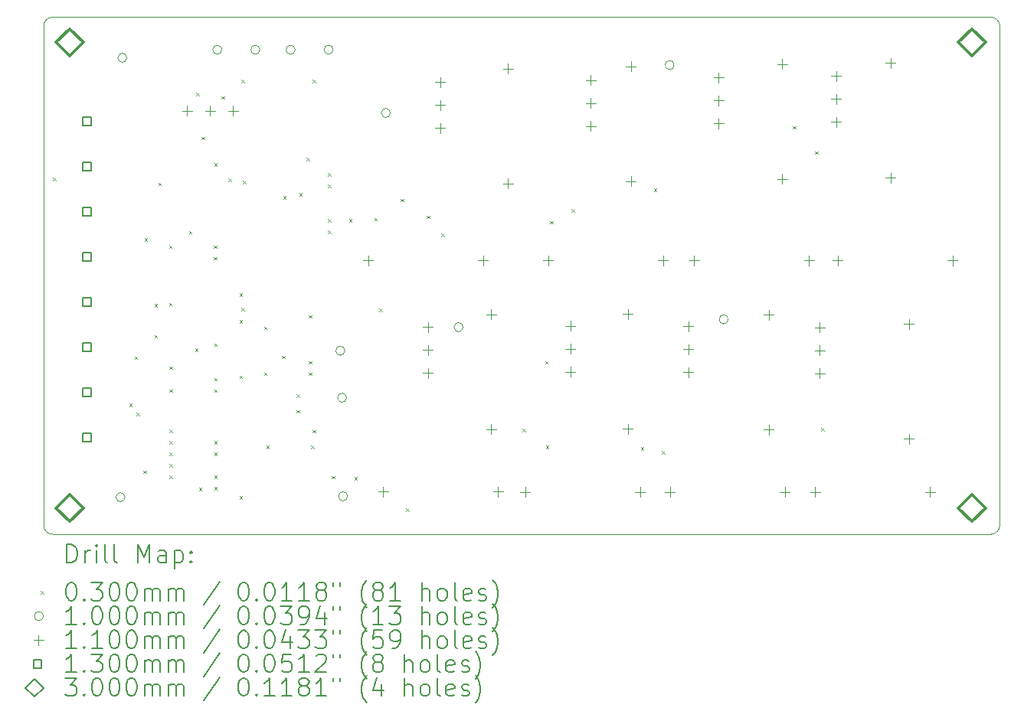
<source format=gbr>
%TF.GenerationSoftware,KiCad,Pcbnew,9.0.2*%
%TF.CreationDate,2025-12-17T22:39:08-05:00*%
%TF.ProjectId,motor-driver,6d6f746f-722d-4647-9269-7665722e6b69,rev?*%
%TF.SameCoordinates,Original*%
%TF.FileFunction,Drillmap*%
%TF.FilePolarity,Positive*%
%FSLAX45Y45*%
G04 Gerber Fmt 4.5, Leading zero omitted, Abs format (unit mm)*
G04 Created by KiCad (PCBNEW 9.0.2) date 2025-12-17 22:39:08*
%MOMM*%
%LPD*%
G01*
G04 APERTURE LIST*
%ADD10C,0.050000*%
%ADD11C,0.200000*%
%ADD12C,0.100000*%
%ADD13C,0.110000*%
%ADD14C,0.130000*%
%ADD15C,0.300000*%
G04 APERTURE END LIST*
D10*
X4535000Y-10080500D02*
G75*
G02*
X4435000Y-9980500I0J100000D01*
G01*
X4435000Y-4460500D02*
G75*
G02*
X4535000Y-4360500I100000J0D01*
G01*
X4535000Y-4360500D02*
X14905000Y-4360500D01*
X14905000Y-10080500D02*
X4535000Y-10080500D01*
X15005000Y-4460500D02*
X15005000Y-9980500D01*
X14905000Y-4360500D02*
G75*
G02*
X15005000Y-4460500I0J-100000D01*
G01*
X4435000Y-9980500D02*
X4435000Y-4460500D01*
X15005000Y-9980500D02*
G75*
G02*
X14905000Y-10080500I-100000J0D01*
G01*
D11*
D12*
X4540000Y-6135500D02*
X4570000Y-6165500D01*
X4570000Y-6135500D02*
X4540000Y-6165500D01*
X5380000Y-8635500D02*
X5410000Y-8665500D01*
X5410000Y-8635500D02*
X5380000Y-8665500D01*
X5440000Y-8115500D02*
X5470000Y-8145500D01*
X5470000Y-8115500D02*
X5440000Y-8145500D01*
X5460000Y-8735500D02*
X5490000Y-8765500D01*
X5490000Y-8735500D02*
X5460000Y-8765500D01*
X5540000Y-9376000D02*
X5570000Y-9406000D01*
X5570000Y-9376000D02*
X5540000Y-9406000D01*
X5550000Y-6805500D02*
X5580000Y-6835500D01*
X5580000Y-6805500D02*
X5550000Y-6835500D01*
X5660000Y-7535500D02*
X5690000Y-7565500D01*
X5690000Y-7535500D02*
X5660000Y-7565500D01*
X5660000Y-7875500D02*
X5690000Y-7905500D01*
X5690000Y-7875500D02*
X5660000Y-7905500D01*
X5703750Y-6190500D02*
X5733750Y-6220500D01*
X5733750Y-6190500D02*
X5703750Y-6220500D01*
X5822500Y-6885000D02*
X5852500Y-6915000D01*
X5852500Y-6885000D02*
X5822500Y-6915000D01*
X5822500Y-7520000D02*
X5852500Y-7550000D01*
X5852500Y-7520000D02*
X5822500Y-7550000D01*
X5825000Y-8225500D02*
X5855000Y-8255500D01*
X5855000Y-8225500D02*
X5825000Y-8255500D01*
X5825000Y-8479500D02*
X5855000Y-8509500D01*
X5855000Y-8479500D02*
X5825000Y-8509500D01*
X5825000Y-8921500D02*
X5855000Y-8951500D01*
X5855000Y-8921500D02*
X5825000Y-8951500D01*
X5825000Y-9048500D02*
X5855000Y-9078500D01*
X5855000Y-9048500D02*
X5825000Y-9078500D01*
X5825000Y-9175500D02*
X5855000Y-9205500D01*
X5855000Y-9175500D02*
X5825000Y-9205500D01*
X5825000Y-9302500D02*
X5855000Y-9332500D01*
X5855000Y-9302500D02*
X5825000Y-9332500D01*
X5825000Y-9429500D02*
X5855000Y-9459500D01*
X5855000Y-9429500D02*
X5825000Y-9459500D01*
X6040000Y-6725500D02*
X6070000Y-6755500D01*
X6070000Y-6725500D02*
X6040000Y-6755500D01*
X6110000Y-8025500D02*
X6140000Y-8055500D01*
X6140000Y-8025500D02*
X6110000Y-8055500D01*
X6120000Y-5195500D02*
X6150000Y-5225500D01*
X6150000Y-5195500D02*
X6120000Y-5225500D01*
X6150000Y-9565500D02*
X6180000Y-9595500D01*
X6180000Y-9565500D02*
X6150000Y-9595500D01*
X6180000Y-5685500D02*
X6210000Y-5715500D01*
X6210000Y-5685500D02*
X6180000Y-5715500D01*
X6317500Y-6885000D02*
X6347500Y-6915000D01*
X6347500Y-6885000D02*
X6317500Y-6915000D01*
X6317500Y-7012000D02*
X6347500Y-7042000D01*
X6347500Y-7012000D02*
X6317500Y-7042000D01*
X6320000Y-5975500D02*
X6350000Y-6005500D01*
X6350000Y-5975500D02*
X6320000Y-6005500D01*
X6320000Y-7971500D02*
X6350000Y-8001500D01*
X6350000Y-7971500D02*
X6320000Y-8001500D01*
X6320000Y-8352500D02*
X6350000Y-8382500D01*
X6350000Y-8352500D02*
X6320000Y-8382500D01*
X6320000Y-8479500D02*
X6350000Y-8509500D01*
X6350000Y-8479500D02*
X6320000Y-8509500D01*
X6320000Y-9048500D02*
X6350000Y-9078500D01*
X6350000Y-9048500D02*
X6320000Y-9078500D01*
X6320000Y-9175500D02*
X6350000Y-9205500D01*
X6350000Y-9175500D02*
X6320000Y-9205500D01*
X6320000Y-9429500D02*
X6350000Y-9459500D01*
X6350000Y-9429500D02*
X6320000Y-9459500D01*
X6320000Y-9556500D02*
X6350000Y-9586500D01*
X6350000Y-9556500D02*
X6320000Y-9586500D01*
X6400000Y-5235500D02*
X6430000Y-5265500D01*
X6430000Y-5235500D02*
X6400000Y-5265500D01*
X6480000Y-6145500D02*
X6510000Y-6175500D01*
X6510000Y-6145500D02*
X6480000Y-6175500D01*
X6600000Y-7418000D02*
X6630000Y-7448000D01*
X6630000Y-7418000D02*
X6600000Y-7448000D01*
X6600000Y-7713000D02*
X6630000Y-7743000D01*
X6630000Y-7713000D02*
X6600000Y-7743000D01*
X6600000Y-8325500D02*
X6630000Y-8355500D01*
X6630000Y-8325500D02*
X6600000Y-8355500D01*
X6600000Y-9660500D02*
X6630000Y-9690500D01*
X6630000Y-9660500D02*
X6600000Y-9690500D01*
X6620000Y-5055500D02*
X6650000Y-5085500D01*
X6650000Y-5055500D02*
X6620000Y-5085500D01*
X6620000Y-7575500D02*
X6650000Y-7605500D01*
X6650000Y-7575500D02*
X6620000Y-7605500D01*
X6640000Y-6173000D02*
X6670000Y-6203000D01*
X6670000Y-6173000D02*
X6640000Y-6203000D01*
X6872500Y-7782500D02*
X6902500Y-7812500D01*
X6902500Y-7782500D02*
X6872500Y-7812500D01*
X6872500Y-8290500D02*
X6902500Y-8320500D01*
X6902500Y-8290500D02*
X6872500Y-8320500D01*
X6895000Y-9100500D02*
X6925000Y-9130500D01*
X6925000Y-9100500D02*
X6895000Y-9130500D01*
X7070000Y-8105500D02*
X7100000Y-8135500D01*
X7100000Y-8105500D02*
X7070000Y-8135500D01*
X7085000Y-6339500D02*
X7115000Y-6369500D01*
X7115000Y-6339500D02*
X7085000Y-6369500D01*
X7230000Y-8535500D02*
X7260000Y-8565500D01*
X7260000Y-8535500D02*
X7230000Y-8565500D01*
X7230000Y-8705500D02*
X7260000Y-8735500D01*
X7260000Y-8705500D02*
X7230000Y-8735500D01*
X7260000Y-6305500D02*
X7290000Y-6335500D01*
X7290000Y-6305500D02*
X7260000Y-6335500D01*
X7340000Y-5915500D02*
X7370000Y-5945500D01*
X7370000Y-5915500D02*
X7340000Y-5945500D01*
X7367500Y-7655500D02*
X7397500Y-7685500D01*
X7397500Y-7655500D02*
X7367500Y-7685500D01*
X7367500Y-8163500D02*
X7397500Y-8193500D01*
X7397500Y-8163500D02*
X7367500Y-8193500D01*
X7367500Y-8290500D02*
X7397500Y-8320500D01*
X7397500Y-8290500D02*
X7367500Y-8320500D01*
X7390000Y-9100500D02*
X7420000Y-9130500D01*
X7420000Y-9100500D02*
X7390000Y-9130500D01*
X7410000Y-5055500D02*
X7440000Y-5085500D01*
X7440000Y-5055500D02*
X7410000Y-5085500D01*
X7410000Y-8925500D02*
X7440000Y-8955500D01*
X7440000Y-8925500D02*
X7410000Y-8955500D01*
X7580000Y-6085500D02*
X7610000Y-6115500D01*
X7610000Y-6085500D02*
X7580000Y-6115500D01*
X7580000Y-6212500D02*
X7610000Y-6242500D01*
X7610000Y-6212500D02*
X7580000Y-6242500D01*
X7580000Y-6593500D02*
X7610000Y-6623500D01*
X7610000Y-6593500D02*
X7580000Y-6623500D01*
X7580000Y-6720500D02*
X7610000Y-6750500D01*
X7610000Y-6720500D02*
X7580000Y-6750500D01*
X7620000Y-9435500D02*
X7650000Y-9465500D01*
X7650000Y-9435500D02*
X7620000Y-9465500D01*
X7810000Y-6595500D02*
X7840000Y-6625500D01*
X7840000Y-6595500D02*
X7810000Y-6625500D01*
X7870000Y-9445500D02*
X7900000Y-9475500D01*
X7900000Y-9445500D02*
X7870000Y-9475500D01*
X8092500Y-6583000D02*
X8122500Y-6613000D01*
X8122500Y-6583000D02*
X8092500Y-6613000D01*
X8147500Y-7585000D02*
X8177500Y-7615000D01*
X8177500Y-7585000D02*
X8147500Y-7615000D01*
X8385000Y-6372000D02*
X8415000Y-6402000D01*
X8415000Y-6372000D02*
X8385000Y-6402000D01*
X8442500Y-9793500D02*
X8472500Y-9823500D01*
X8472500Y-9793500D02*
X8442500Y-9823500D01*
X8672500Y-6555500D02*
X8702500Y-6585500D01*
X8702500Y-6555500D02*
X8672500Y-6585500D01*
X8830000Y-6755500D02*
X8860000Y-6785500D01*
X8860000Y-6755500D02*
X8830000Y-6785500D01*
X9730000Y-8915500D02*
X9760000Y-8945500D01*
X9760000Y-8915500D02*
X9730000Y-8945500D01*
X9980000Y-8165500D02*
X10010000Y-8195500D01*
X10010000Y-8165500D02*
X9980000Y-8195500D01*
X9987500Y-9099000D02*
X10017500Y-9129000D01*
X10017500Y-9099000D02*
X9987500Y-9129000D01*
X10035000Y-6616000D02*
X10065000Y-6646000D01*
X10065000Y-6616000D02*
X10035000Y-6646000D01*
X10272500Y-6485500D02*
X10302500Y-6515500D01*
X10302500Y-6485500D02*
X10272500Y-6515500D01*
X11037500Y-9119000D02*
X11067500Y-9149000D01*
X11067500Y-9119000D02*
X11037500Y-9149000D01*
X11182500Y-6255500D02*
X11212500Y-6285500D01*
X11212500Y-6255500D02*
X11182500Y-6285500D01*
X11270000Y-9159500D02*
X11300000Y-9189500D01*
X11300000Y-9159500D02*
X11270000Y-9189500D01*
X12720000Y-5565500D02*
X12750000Y-5595500D01*
X12750000Y-5565500D02*
X12720000Y-5595500D01*
X12962500Y-5845500D02*
X12992500Y-5875500D01*
X12992500Y-5845500D02*
X12962500Y-5875500D01*
X13032500Y-8905000D02*
X13062500Y-8935000D01*
X13062500Y-8905000D02*
X13032500Y-8935000D01*
X5335000Y-9670500D02*
G75*
G02*
X5235000Y-9670500I-50000J0D01*
G01*
X5235000Y-9670500D02*
G75*
G02*
X5335000Y-9670500I50000J0D01*
G01*
X5355000Y-4810500D02*
G75*
G02*
X5255000Y-4810500I-50000J0D01*
G01*
X5255000Y-4810500D02*
G75*
G02*
X5355000Y-4810500I50000J0D01*
G01*
X6405000Y-4720500D02*
G75*
G02*
X6305000Y-4720500I-50000J0D01*
G01*
X6305000Y-4720500D02*
G75*
G02*
X6405000Y-4720500I50000J0D01*
G01*
X6825000Y-4720500D02*
G75*
G02*
X6725000Y-4720500I-50000J0D01*
G01*
X6725000Y-4720500D02*
G75*
G02*
X6825000Y-4720500I50000J0D01*
G01*
X7215000Y-4720500D02*
G75*
G02*
X7115000Y-4720500I-50000J0D01*
G01*
X7115000Y-4720500D02*
G75*
G02*
X7215000Y-4720500I50000J0D01*
G01*
X7635000Y-4720500D02*
G75*
G02*
X7535000Y-4720500I-50000J0D01*
G01*
X7535000Y-4720500D02*
G75*
G02*
X7635000Y-4720500I50000J0D01*
G01*
X7765000Y-8050500D02*
G75*
G02*
X7665000Y-8050500I-50000J0D01*
G01*
X7665000Y-8050500D02*
G75*
G02*
X7765000Y-8050500I50000J0D01*
G01*
X7785000Y-8570500D02*
G75*
G02*
X7685000Y-8570500I-50000J0D01*
G01*
X7685000Y-8570500D02*
G75*
G02*
X7785000Y-8570500I50000J0D01*
G01*
X7795000Y-9660500D02*
G75*
G02*
X7695000Y-9660500I-50000J0D01*
G01*
X7695000Y-9660500D02*
G75*
G02*
X7795000Y-9660500I50000J0D01*
G01*
X8267500Y-5420500D02*
G75*
G02*
X8167500Y-5420500I-50000J0D01*
G01*
X8167500Y-5420500D02*
G75*
G02*
X8267500Y-5420500I50000J0D01*
G01*
X9072500Y-7790000D02*
G75*
G02*
X8972500Y-7790000I-50000J0D01*
G01*
X8972500Y-7790000D02*
G75*
G02*
X9072500Y-7790000I50000J0D01*
G01*
X11405000Y-4890500D02*
G75*
G02*
X11305000Y-4890500I-50000J0D01*
G01*
X11305000Y-4890500D02*
G75*
G02*
X11405000Y-4890500I50000J0D01*
G01*
X12002500Y-7704000D02*
G75*
G02*
X11902500Y-7704000I-50000J0D01*
G01*
X11902500Y-7704000D02*
G75*
G02*
X12002500Y-7704000I50000J0D01*
G01*
D13*
X6021000Y-5340500D02*
X6021000Y-5450500D01*
X5966000Y-5395500D02*
X6076000Y-5395500D01*
X6275000Y-5340500D02*
X6275000Y-5450500D01*
X6220000Y-5395500D02*
X6330000Y-5395500D01*
X6529000Y-5340500D02*
X6529000Y-5450500D01*
X6474000Y-5395500D02*
X6584000Y-5395500D01*
X8022500Y-6995500D02*
X8022500Y-7105500D01*
X7967500Y-7050500D02*
X8077500Y-7050500D01*
X8187500Y-9555000D02*
X8187500Y-9665000D01*
X8132500Y-9610000D02*
X8242500Y-9610000D01*
X8682500Y-7735000D02*
X8682500Y-7845000D01*
X8627500Y-7790000D02*
X8737500Y-7790000D01*
X8682500Y-7989000D02*
X8682500Y-8099000D01*
X8627500Y-8044000D02*
X8737500Y-8044000D01*
X8682500Y-8243000D02*
X8682500Y-8353000D01*
X8627500Y-8298000D02*
X8737500Y-8298000D01*
X8817500Y-5025500D02*
X8817500Y-5135500D01*
X8762500Y-5080500D02*
X8872500Y-5080500D01*
X8817500Y-5279500D02*
X8817500Y-5389500D01*
X8762500Y-5334500D02*
X8872500Y-5334500D01*
X8817500Y-5533500D02*
X8817500Y-5643500D01*
X8762500Y-5588500D02*
X8872500Y-5588500D01*
X9292500Y-6995500D02*
X9292500Y-7105500D01*
X9237500Y-7050500D02*
X9347500Y-7050500D01*
X9382500Y-7595000D02*
X9382500Y-7705000D01*
X9327500Y-7650000D02*
X9437500Y-7650000D01*
X9382500Y-8865000D02*
X9382500Y-8975000D01*
X9327500Y-8920000D02*
X9437500Y-8920000D01*
X9457500Y-9555000D02*
X9457500Y-9665000D01*
X9402500Y-9610000D02*
X9512500Y-9610000D01*
X9567500Y-4875500D02*
X9567500Y-4985500D01*
X9512500Y-4930500D02*
X9622500Y-4930500D01*
X9567500Y-6145500D02*
X9567500Y-6255500D01*
X9512500Y-6200500D02*
X9622500Y-6200500D01*
X9757500Y-9559000D02*
X9757500Y-9669000D01*
X9702500Y-9614000D02*
X9812500Y-9614000D01*
X10012500Y-6995500D02*
X10012500Y-7105500D01*
X9957500Y-7050500D02*
X10067500Y-7050500D01*
X10257500Y-7719000D02*
X10257500Y-7829000D01*
X10202500Y-7774000D02*
X10312500Y-7774000D01*
X10257500Y-7973000D02*
X10257500Y-8083000D01*
X10202500Y-8028000D02*
X10312500Y-8028000D01*
X10257500Y-8227000D02*
X10257500Y-8337000D01*
X10202500Y-8282000D02*
X10312500Y-8282000D01*
X10482500Y-5001500D02*
X10482500Y-5111500D01*
X10427500Y-5056500D02*
X10537500Y-5056500D01*
X10482500Y-5255500D02*
X10482500Y-5365500D01*
X10427500Y-5310500D02*
X10537500Y-5310500D01*
X10482500Y-5509500D02*
X10482500Y-5619500D01*
X10427500Y-5564500D02*
X10537500Y-5564500D01*
X10892500Y-7589000D02*
X10892500Y-7699000D01*
X10837500Y-7644000D02*
X10947500Y-7644000D01*
X10892500Y-8859000D02*
X10892500Y-8969000D01*
X10837500Y-8914000D02*
X10947500Y-8914000D01*
X10927500Y-4850500D02*
X10927500Y-4960500D01*
X10872500Y-4905500D02*
X10982500Y-4905500D01*
X10927500Y-6120500D02*
X10927500Y-6230500D01*
X10872500Y-6175500D02*
X10982500Y-6175500D01*
X11027500Y-9559000D02*
X11027500Y-9669000D01*
X10972500Y-9614000D02*
X11082500Y-9614000D01*
X11282500Y-6995500D02*
X11282500Y-7105500D01*
X11227500Y-7050500D02*
X11337500Y-7050500D01*
X11357500Y-9559000D02*
X11357500Y-9669000D01*
X11302500Y-9614000D02*
X11412500Y-9614000D01*
X11562500Y-7725000D02*
X11562500Y-7835000D01*
X11507500Y-7780000D02*
X11617500Y-7780000D01*
X11562500Y-7979000D02*
X11562500Y-8089000D01*
X11507500Y-8034000D02*
X11617500Y-8034000D01*
X11562500Y-8233000D02*
X11562500Y-8343000D01*
X11507500Y-8288000D02*
X11617500Y-8288000D01*
X11627500Y-6995500D02*
X11627500Y-7105500D01*
X11572500Y-7050500D02*
X11682500Y-7050500D01*
X11897500Y-4971500D02*
X11897500Y-5081500D01*
X11842500Y-5026500D02*
X11952500Y-5026500D01*
X11897500Y-5225500D02*
X11897500Y-5335500D01*
X11842500Y-5280500D02*
X11952500Y-5280500D01*
X11897500Y-5479500D02*
X11897500Y-5589500D01*
X11842500Y-5534500D02*
X11952500Y-5534500D01*
X12452500Y-7599000D02*
X12452500Y-7709000D01*
X12397500Y-7654000D02*
X12507500Y-7654000D01*
X12452500Y-8869000D02*
X12452500Y-8979000D01*
X12397500Y-8924000D02*
X12507500Y-8924000D01*
X12597500Y-4825500D02*
X12597500Y-4935500D01*
X12542500Y-4880500D02*
X12652500Y-4880500D01*
X12597500Y-6095500D02*
X12597500Y-6205500D01*
X12542500Y-6150500D02*
X12652500Y-6150500D01*
X12627500Y-9559000D02*
X12627500Y-9669000D01*
X12572500Y-9614000D02*
X12682500Y-9614000D01*
X12897500Y-6995500D02*
X12897500Y-7105500D01*
X12842500Y-7050500D02*
X12952500Y-7050500D01*
X12962500Y-9559000D02*
X12962500Y-9669000D01*
X12907500Y-9614000D02*
X13017500Y-9614000D01*
X13012500Y-7739000D02*
X13012500Y-7849000D01*
X12957500Y-7794000D02*
X13067500Y-7794000D01*
X13012500Y-7993000D02*
X13012500Y-8103000D01*
X12957500Y-8048000D02*
X13067500Y-8048000D01*
X13012500Y-8247000D02*
X13012500Y-8357000D01*
X12957500Y-8302000D02*
X13067500Y-8302000D01*
X13197500Y-4955500D02*
X13197500Y-5065500D01*
X13142500Y-5010500D02*
X13252500Y-5010500D01*
X13197500Y-5209500D02*
X13197500Y-5319500D01*
X13142500Y-5264500D02*
X13252500Y-5264500D01*
X13197500Y-5463500D02*
X13197500Y-5573500D01*
X13142500Y-5518500D02*
X13252500Y-5518500D01*
X13212500Y-6995500D02*
X13212500Y-7105500D01*
X13157500Y-7050500D02*
X13267500Y-7050500D01*
X13797500Y-4810500D02*
X13797500Y-4920500D01*
X13742500Y-4865500D02*
X13852500Y-4865500D01*
X13797500Y-6080500D02*
X13797500Y-6190500D01*
X13742500Y-6135500D02*
X13852500Y-6135500D01*
X14002500Y-7699000D02*
X14002500Y-7809000D01*
X13947500Y-7754000D02*
X14057500Y-7754000D01*
X14002500Y-8969000D02*
X14002500Y-9079000D01*
X13947500Y-9024000D02*
X14057500Y-9024000D01*
X14232500Y-9559000D02*
X14232500Y-9669000D01*
X14177500Y-9614000D02*
X14287500Y-9614000D01*
X14482500Y-6995500D02*
X14482500Y-7105500D01*
X14427500Y-7050500D02*
X14537500Y-7050500D01*
D14*
X4960962Y-5556462D02*
X4960962Y-5464538D01*
X4869038Y-5464538D01*
X4869038Y-5556462D01*
X4960962Y-5556462D01*
X4960962Y-6056462D02*
X4960962Y-5964538D01*
X4869038Y-5964538D01*
X4869038Y-6056462D01*
X4960962Y-6056462D01*
X4960962Y-6556462D02*
X4960962Y-6464538D01*
X4869038Y-6464538D01*
X4869038Y-6556462D01*
X4960962Y-6556462D01*
X4960962Y-7056462D02*
X4960962Y-6964538D01*
X4869038Y-6964538D01*
X4869038Y-7056462D01*
X4960962Y-7056462D01*
X4960962Y-7556462D02*
X4960962Y-7464538D01*
X4869038Y-7464538D01*
X4869038Y-7556462D01*
X4960962Y-7556462D01*
X4960962Y-8056462D02*
X4960962Y-7964538D01*
X4869038Y-7964538D01*
X4869038Y-8056462D01*
X4960962Y-8056462D01*
X4960962Y-8556462D02*
X4960962Y-8464538D01*
X4869038Y-8464538D01*
X4869038Y-8556462D01*
X4960962Y-8556462D01*
X4960962Y-9056462D02*
X4960962Y-8964538D01*
X4869038Y-8964538D01*
X4869038Y-9056462D01*
X4960962Y-9056462D01*
D15*
X4725000Y-4790500D02*
X4875000Y-4640500D01*
X4725000Y-4490500D01*
X4575000Y-4640500D01*
X4725000Y-4790500D01*
X4725000Y-9940500D02*
X4875000Y-9790500D01*
X4725000Y-9640500D01*
X4575000Y-9790500D01*
X4725000Y-9940500D01*
X14697500Y-4790500D02*
X14847500Y-4640500D01*
X14697500Y-4490500D01*
X14547500Y-4640500D01*
X14697500Y-4790500D01*
X14697500Y-9940500D02*
X14847500Y-9790500D01*
X14697500Y-9640500D01*
X14547500Y-9790500D01*
X14697500Y-9940500D01*
D11*
X4693277Y-10394484D02*
X4693277Y-10194484D01*
X4693277Y-10194484D02*
X4740896Y-10194484D01*
X4740896Y-10194484D02*
X4769467Y-10204008D01*
X4769467Y-10204008D02*
X4788515Y-10223055D01*
X4788515Y-10223055D02*
X4798039Y-10242103D01*
X4798039Y-10242103D02*
X4807563Y-10280198D01*
X4807563Y-10280198D02*
X4807563Y-10308770D01*
X4807563Y-10308770D02*
X4798039Y-10346865D01*
X4798039Y-10346865D02*
X4788515Y-10365912D01*
X4788515Y-10365912D02*
X4769467Y-10384960D01*
X4769467Y-10384960D02*
X4740896Y-10394484D01*
X4740896Y-10394484D02*
X4693277Y-10394484D01*
X4893277Y-10394484D02*
X4893277Y-10261150D01*
X4893277Y-10299246D02*
X4902801Y-10280198D01*
X4902801Y-10280198D02*
X4912324Y-10270674D01*
X4912324Y-10270674D02*
X4931372Y-10261150D01*
X4931372Y-10261150D02*
X4950420Y-10261150D01*
X5017086Y-10394484D02*
X5017086Y-10261150D01*
X5017086Y-10194484D02*
X5007563Y-10204008D01*
X5007563Y-10204008D02*
X5017086Y-10213531D01*
X5017086Y-10213531D02*
X5026610Y-10204008D01*
X5026610Y-10204008D02*
X5017086Y-10194484D01*
X5017086Y-10194484D02*
X5017086Y-10213531D01*
X5140896Y-10394484D02*
X5121848Y-10384960D01*
X5121848Y-10384960D02*
X5112324Y-10365912D01*
X5112324Y-10365912D02*
X5112324Y-10194484D01*
X5245658Y-10394484D02*
X5226610Y-10384960D01*
X5226610Y-10384960D02*
X5217086Y-10365912D01*
X5217086Y-10365912D02*
X5217086Y-10194484D01*
X5474229Y-10394484D02*
X5474229Y-10194484D01*
X5474229Y-10194484D02*
X5540896Y-10337341D01*
X5540896Y-10337341D02*
X5607562Y-10194484D01*
X5607562Y-10194484D02*
X5607562Y-10394484D01*
X5788515Y-10394484D02*
X5788515Y-10289722D01*
X5788515Y-10289722D02*
X5778991Y-10270674D01*
X5778991Y-10270674D02*
X5759943Y-10261150D01*
X5759943Y-10261150D02*
X5721848Y-10261150D01*
X5721848Y-10261150D02*
X5702801Y-10270674D01*
X5788515Y-10384960D02*
X5769467Y-10394484D01*
X5769467Y-10394484D02*
X5721848Y-10394484D01*
X5721848Y-10394484D02*
X5702801Y-10384960D01*
X5702801Y-10384960D02*
X5693277Y-10365912D01*
X5693277Y-10365912D02*
X5693277Y-10346865D01*
X5693277Y-10346865D02*
X5702801Y-10327817D01*
X5702801Y-10327817D02*
X5721848Y-10318293D01*
X5721848Y-10318293D02*
X5769467Y-10318293D01*
X5769467Y-10318293D02*
X5788515Y-10308770D01*
X5883753Y-10261150D02*
X5883753Y-10461150D01*
X5883753Y-10270674D02*
X5902801Y-10261150D01*
X5902801Y-10261150D02*
X5940896Y-10261150D01*
X5940896Y-10261150D02*
X5959943Y-10270674D01*
X5959943Y-10270674D02*
X5969467Y-10280198D01*
X5969467Y-10280198D02*
X5978991Y-10299246D01*
X5978991Y-10299246D02*
X5978991Y-10356389D01*
X5978991Y-10356389D02*
X5969467Y-10375436D01*
X5969467Y-10375436D02*
X5959943Y-10384960D01*
X5959943Y-10384960D02*
X5940896Y-10394484D01*
X5940896Y-10394484D02*
X5902801Y-10394484D01*
X5902801Y-10394484D02*
X5883753Y-10384960D01*
X6064705Y-10375436D02*
X6074229Y-10384960D01*
X6074229Y-10384960D02*
X6064705Y-10394484D01*
X6064705Y-10394484D02*
X6055182Y-10384960D01*
X6055182Y-10384960D02*
X6064705Y-10375436D01*
X6064705Y-10375436D02*
X6064705Y-10394484D01*
X6064705Y-10270674D02*
X6074229Y-10280198D01*
X6074229Y-10280198D02*
X6064705Y-10289722D01*
X6064705Y-10289722D02*
X6055182Y-10280198D01*
X6055182Y-10280198D02*
X6064705Y-10270674D01*
X6064705Y-10270674D02*
X6064705Y-10289722D01*
D12*
X4402500Y-10708000D02*
X4432500Y-10738000D01*
X4432500Y-10708000D02*
X4402500Y-10738000D01*
D11*
X4731372Y-10614484D02*
X4750420Y-10614484D01*
X4750420Y-10614484D02*
X4769467Y-10624008D01*
X4769467Y-10624008D02*
X4778991Y-10633531D01*
X4778991Y-10633531D02*
X4788515Y-10652579D01*
X4788515Y-10652579D02*
X4798039Y-10690674D01*
X4798039Y-10690674D02*
X4798039Y-10738293D01*
X4798039Y-10738293D02*
X4788515Y-10776389D01*
X4788515Y-10776389D02*
X4778991Y-10795436D01*
X4778991Y-10795436D02*
X4769467Y-10804960D01*
X4769467Y-10804960D02*
X4750420Y-10814484D01*
X4750420Y-10814484D02*
X4731372Y-10814484D01*
X4731372Y-10814484D02*
X4712324Y-10804960D01*
X4712324Y-10804960D02*
X4702801Y-10795436D01*
X4702801Y-10795436D02*
X4693277Y-10776389D01*
X4693277Y-10776389D02*
X4683753Y-10738293D01*
X4683753Y-10738293D02*
X4683753Y-10690674D01*
X4683753Y-10690674D02*
X4693277Y-10652579D01*
X4693277Y-10652579D02*
X4702801Y-10633531D01*
X4702801Y-10633531D02*
X4712324Y-10624008D01*
X4712324Y-10624008D02*
X4731372Y-10614484D01*
X4883753Y-10795436D02*
X4893277Y-10804960D01*
X4893277Y-10804960D02*
X4883753Y-10814484D01*
X4883753Y-10814484D02*
X4874229Y-10804960D01*
X4874229Y-10804960D02*
X4883753Y-10795436D01*
X4883753Y-10795436D02*
X4883753Y-10814484D01*
X4959944Y-10614484D02*
X5083753Y-10614484D01*
X5083753Y-10614484D02*
X5017086Y-10690674D01*
X5017086Y-10690674D02*
X5045658Y-10690674D01*
X5045658Y-10690674D02*
X5064705Y-10700198D01*
X5064705Y-10700198D02*
X5074229Y-10709722D01*
X5074229Y-10709722D02*
X5083753Y-10728770D01*
X5083753Y-10728770D02*
X5083753Y-10776389D01*
X5083753Y-10776389D02*
X5074229Y-10795436D01*
X5074229Y-10795436D02*
X5064705Y-10804960D01*
X5064705Y-10804960D02*
X5045658Y-10814484D01*
X5045658Y-10814484D02*
X4988515Y-10814484D01*
X4988515Y-10814484D02*
X4969467Y-10804960D01*
X4969467Y-10804960D02*
X4959944Y-10795436D01*
X5207563Y-10614484D02*
X5226610Y-10614484D01*
X5226610Y-10614484D02*
X5245658Y-10624008D01*
X5245658Y-10624008D02*
X5255182Y-10633531D01*
X5255182Y-10633531D02*
X5264705Y-10652579D01*
X5264705Y-10652579D02*
X5274229Y-10690674D01*
X5274229Y-10690674D02*
X5274229Y-10738293D01*
X5274229Y-10738293D02*
X5264705Y-10776389D01*
X5264705Y-10776389D02*
X5255182Y-10795436D01*
X5255182Y-10795436D02*
X5245658Y-10804960D01*
X5245658Y-10804960D02*
X5226610Y-10814484D01*
X5226610Y-10814484D02*
X5207563Y-10814484D01*
X5207563Y-10814484D02*
X5188515Y-10804960D01*
X5188515Y-10804960D02*
X5178991Y-10795436D01*
X5178991Y-10795436D02*
X5169467Y-10776389D01*
X5169467Y-10776389D02*
X5159944Y-10738293D01*
X5159944Y-10738293D02*
X5159944Y-10690674D01*
X5159944Y-10690674D02*
X5169467Y-10652579D01*
X5169467Y-10652579D02*
X5178991Y-10633531D01*
X5178991Y-10633531D02*
X5188515Y-10624008D01*
X5188515Y-10624008D02*
X5207563Y-10614484D01*
X5398039Y-10614484D02*
X5417086Y-10614484D01*
X5417086Y-10614484D02*
X5436134Y-10624008D01*
X5436134Y-10624008D02*
X5445658Y-10633531D01*
X5445658Y-10633531D02*
X5455182Y-10652579D01*
X5455182Y-10652579D02*
X5464705Y-10690674D01*
X5464705Y-10690674D02*
X5464705Y-10738293D01*
X5464705Y-10738293D02*
X5455182Y-10776389D01*
X5455182Y-10776389D02*
X5445658Y-10795436D01*
X5445658Y-10795436D02*
X5436134Y-10804960D01*
X5436134Y-10804960D02*
X5417086Y-10814484D01*
X5417086Y-10814484D02*
X5398039Y-10814484D01*
X5398039Y-10814484D02*
X5378991Y-10804960D01*
X5378991Y-10804960D02*
X5369467Y-10795436D01*
X5369467Y-10795436D02*
X5359944Y-10776389D01*
X5359944Y-10776389D02*
X5350420Y-10738293D01*
X5350420Y-10738293D02*
X5350420Y-10690674D01*
X5350420Y-10690674D02*
X5359944Y-10652579D01*
X5359944Y-10652579D02*
X5369467Y-10633531D01*
X5369467Y-10633531D02*
X5378991Y-10624008D01*
X5378991Y-10624008D02*
X5398039Y-10614484D01*
X5550420Y-10814484D02*
X5550420Y-10681150D01*
X5550420Y-10700198D02*
X5559944Y-10690674D01*
X5559944Y-10690674D02*
X5578991Y-10681150D01*
X5578991Y-10681150D02*
X5607563Y-10681150D01*
X5607563Y-10681150D02*
X5626610Y-10690674D01*
X5626610Y-10690674D02*
X5636134Y-10709722D01*
X5636134Y-10709722D02*
X5636134Y-10814484D01*
X5636134Y-10709722D02*
X5645658Y-10690674D01*
X5645658Y-10690674D02*
X5664705Y-10681150D01*
X5664705Y-10681150D02*
X5693277Y-10681150D01*
X5693277Y-10681150D02*
X5712324Y-10690674D01*
X5712324Y-10690674D02*
X5721848Y-10709722D01*
X5721848Y-10709722D02*
X5721848Y-10814484D01*
X5817086Y-10814484D02*
X5817086Y-10681150D01*
X5817086Y-10700198D02*
X5826610Y-10690674D01*
X5826610Y-10690674D02*
X5845658Y-10681150D01*
X5845658Y-10681150D02*
X5874229Y-10681150D01*
X5874229Y-10681150D02*
X5893277Y-10690674D01*
X5893277Y-10690674D02*
X5902801Y-10709722D01*
X5902801Y-10709722D02*
X5902801Y-10814484D01*
X5902801Y-10709722D02*
X5912324Y-10690674D01*
X5912324Y-10690674D02*
X5931372Y-10681150D01*
X5931372Y-10681150D02*
X5959943Y-10681150D01*
X5959943Y-10681150D02*
X5978991Y-10690674D01*
X5978991Y-10690674D02*
X5988515Y-10709722D01*
X5988515Y-10709722D02*
X5988515Y-10814484D01*
X6378991Y-10604960D02*
X6207563Y-10862103D01*
X6636134Y-10614484D02*
X6655182Y-10614484D01*
X6655182Y-10614484D02*
X6674229Y-10624008D01*
X6674229Y-10624008D02*
X6683753Y-10633531D01*
X6683753Y-10633531D02*
X6693277Y-10652579D01*
X6693277Y-10652579D02*
X6702801Y-10690674D01*
X6702801Y-10690674D02*
X6702801Y-10738293D01*
X6702801Y-10738293D02*
X6693277Y-10776389D01*
X6693277Y-10776389D02*
X6683753Y-10795436D01*
X6683753Y-10795436D02*
X6674229Y-10804960D01*
X6674229Y-10804960D02*
X6655182Y-10814484D01*
X6655182Y-10814484D02*
X6636134Y-10814484D01*
X6636134Y-10814484D02*
X6617086Y-10804960D01*
X6617086Y-10804960D02*
X6607563Y-10795436D01*
X6607563Y-10795436D02*
X6598039Y-10776389D01*
X6598039Y-10776389D02*
X6588515Y-10738293D01*
X6588515Y-10738293D02*
X6588515Y-10690674D01*
X6588515Y-10690674D02*
X6598039Y-10652579D01*
X6598039Y-10652579D02*
X6607563Y-10633531D01*
X6607563Y-10633531D02*
X6617086Y-10624008D01*
X6617086Y-10624008D02*
X6636134Y-10614484D01*
X6788515Y-10795436D02*
X6798039Y-10804960D01*
X6798039Y-10804960D02*
X6788515Y-10814484D01*
X6788515Y-10814484D02*
X6778991Y-10804960D01*
X6778991Y-10804960D02*
X6788515Y-10795436D01*
X6788515Y-10795436D02*
X6788515Y-10814484D01*
X6921848Y-10614484D02*
X6940896Y-10614484D01*
X6940896Y-10614484D02*
X6959944Y-10624008D01*
X6959944Y-10624008D02*
X6969467Y-10633531D01*
X6969467Y-10633531D02*
X6978991Y-10652579D01*
X6978991Y-10652579D02*
X6988515Y-10690674D01*
X6988515Y-10690674D02*
X6988515Y-10738293D01*
X6988515Y-10738293D02*
X6978991Y-10776389D01*
X6978991Y-10776389D02*
X6969467Y-10795436D01*
X6969467Y-10795436D02*
X6959944Y-10804960D01*
X6959944Y-10804960D02*
X6940896Y-10814484D01*
X6940896Y-10814484D02*
X6921848Y-10814484D01*
X6921848Y-10814484D02*
X6902801Y-10804960D01*
X6902801Y-10804960D02*
X6893277Y-10795436D01*
X6893277Y-10795436D02*
X6883753Y-10776389D01*
X6883753Y-10776389D02*
X6874229Y-10738293D01*
X6874229Y-10738293D02*
X6874229Y-10690674D01*
X6874229Y-10690674D02*
X6883753Y-10652579D01*
X6883753Y-10652579D02*
X6893277Y-10633531D01*
X6893277Y-10633531D02*
X6902801Y-10624008D01*
X6902801Y-10624008D02*
X6921848Y-10614484D01*
X7178991Y-10814484D02*
X7064706Y-10814484D01*
X7121848Y-10814484D02*
X7121848Y-10614484D01*
X7121848Y-10614484D02*
X7102801Y-10643055D01*
X7102801Y-10643055D02*
X7083753Y-10662103D01*
X7083753Y-10662103D02*
X7064706Y-10671627D01*
X7369467Y-10814484D02*
X7255182Y-10814484D01*
X7312325Y-10814484D02*
X7312325Y-10614484D01*
X7312325Y-10614484D02*
X7293277Y-10643055D01*
X7293277Y-10643055D02*
X7274229Y-10662103D01*
X7274229Y-10662103D02*
X7255182Y-10671627D01*
X7483753Y-10700198D02*
X7464706Y-10690674D01*
X7464706Y-10690674D02*
X7455182Y-10681150D01*
X7455182Y-10681150D02*
X7445658Y-10662103D01*
X7445658Y-10662103D02*
X7445658Y-10652579D01*
X7445658Y-10652579D02*
X7455182Y-10633531D01*
X7455182Y-10633531D02*
X7464706Y-10624008D01*
X7464706Y-10624008D02*
X7483753Y-10614484D01*
X7483753Y-10614484D02*
X7521848Y-10614484D01*
X7521848Y-10614484D02*
X7540896Y-10624008D01*
X7540896Y-10624008D02*
X7550420Y-10633531D01*
X7550420Y-10633531D02*
X7559944Y-10652579D01*
X7559944Y-10652579D02*
X7559944Y-10662103D01*
X7559944Y-10662103D02*
X7550420Y-10681150D01*
X7550420Y-10681150D02*
X7540896Y-10690674D01*
X7540896Y-10690674D02*
X7521848Y-10700198D01*
X7521848Y-10700198D02*
X7483753Y-10700198D01*
X7483753Y-10700198D02*
X7464706Y-10709722D01*
X7464706Y-10709722D02*
X7455182Y-10719246D01*
X7455182Y-10719246D02*
X7445658Y-10738293D01*
X7445658Y-10738293D02*
X7445658Y-10776389D01*
X7445658Y-10776389D02*
X7455182Y-10795436D01*
X7455182Y-10795436D02*
X7464706Y-10804960D01*
X7464706Y-10804960D02*
X7483753Y-10814484D01*
X7483753Y-10814484D02*
X7521848Y-10814484D01*
X7521848Y-10814484D02*
X7540896Y-10804960D01*
X7540896Y-10804960D02*
X7550420Y-10795436D01*
X7550420Y-10795436D02*
X7559944Y-10776389D01*
X7559944Y-10776389D02*
X7559944Y-10738293D01*
X7559944Y-10738293D02*
X7550420Y-10719246D01*
X7550420Y-10719246D02*
X7540896Y-10709722D01*
X7540896Y-10709722D02*
X7521848Y-10700198D01*
X7636134Y-10614484D02*
X7636134Y-10652579D01*
X7712325Y-10614484D02*
X7712325Y-10652579D01*
X8007563Y-10890674D02*
X7998039Y-10881150D01*
X7998039Y-10881150D02*
X7978991Y-10852579D01*
X7978991Y-10852579D02*
X7969468Y-10833531D01*
X7969468Y-10833531D02*
X7959944Y-10804960D01*
X7959944Y-10804960D02*
X7950420Y-10757341D01*
X7950420Y-10757341D02*
X7950420Y-10719246D01*
X7950420Y-10719246D02*
X7959944Y-10671627D01*
X7959944Y-10671627D02*
X7969468Y-10643055D01*
X7969468Y-10643055D02*
X7978991Y-10624008D01*
X7978991Y-10624008D02*
X7998039Y-10595436D01*
X7998039Y-10595436D02*
X8007563Y-10585912D01*
X8112325Y-10700198D02*
X8093277Y-10690674D01*
X8093277Y-10690674D02*
X8083753Y-10681150D01*
X8083753Y-10681150D02*
X8074229Y-10662103D01*
X8074229Y-10662103D02*
X8074229Y-10652579D01*
X8074229Y-10652579D02*
X8083753Y-10633531D01*
X8083753Y-10633531D02*
X8093277Y-10624008D01*
X8093277Y-10624008D02*
X8112325Y-10614484D01*
X8112325Y-10614484D02*
X8150420Y-10614484D01*
X8150420Y-10614484D02*
X8169468Y-10624008D01*
X8169468Y-10624008D02*
X8178991Y-10633531D01*
X8178991Y-10633531D02*
X8188515Y-10652579D01*
X8188515Y-10652579D02*
X8188515Y-10662103D01*
X8188515Y-10662103D02*
X8178991Y-10681150D01*
X8178991Y-10681150D02*
X8169468Y-10690674D01*
X8169468Y-10690674D02*
X8150420Y-10700198D01*
X8150420Y-10700198D02*
X8112325Y-10700198D01*
X8112325Y-10700198D02*
X8093277Y-10709722D01*
X8093277Y-10709722D02*
X8083753Y-10719246D01*
X8083753Y-10719246D02*
X8074229Y-10738293D01*
X8074229Y-10738293D02*
X8074229Y-10776389D01*
X8074229Y-10776389D02*
X8083753Y-10795436D01*
X8083753Y-10795436D02*
X8093277Y-10804960D01*
X8093277Y-10804960D02*
X8112325Y-10814484D01*
X8112325Y-10814484D02*
X8150420Y-10814484D01*
X8150420Y-10814484D02*
X8169468Y-10804960D01*
X8169468Y-10804960D02*
X8178991Y-10795436D01*
X8178991Y-10795436D02*
X8188515Y-10776389D01*
X8188515Y-10776389D02*
X8188515Y-10738293D01*
X8188515Y-10738293D02*
X8178991Y-10719246D01*
X8178991Y-10719246D02*
X8169468Y-10709722D01*
X8169468Y-10709722D02*
X8150420Y-10700198D01*
X8378991Y-10814484D02*
X8264706Y-10814484D01*
X8321848Y-10814484D02*
X8321848Y-10614484D01*
X8321848Y-10614484D02*
X8302801Y-10643055D01*
X8302801Y-10643055D02*
X8283753Y-10662103D01*
X8283753Y-10662103D02*
X8264706Y-10671627D01*
X8617087Y-10814484D02*
X8617087Y-10614484D01*
X8702801Y-10814484D02*
X8702801Y-10709722D01*
X8702801Y-10709722D02*
X8693277Y-10690674D01*
X8693277Y-10690674D02*
X8674230Y-10681150D01*
X8674230Y-10681150D02*
X8645658Y-10681150D01*
X8645658Y-10681150D02*
X8626611Y-10690674D01*
X8626611Y-10690674D02*
X8617087Y-10700198D01*
X8826611Y-10814484D02*
X8807563Y-10804960D01*
X8807563Y-10804960D02*
X8798039Y-10795436D01*
X8798039Y-10795436D02*
X8788515Y-10776389D01*
X8788515Y-10776389D02*
X8788515Y-10719246D01*
X8788515Y-10719246D02*
X8798039Y-10700198D01*
X8798039Y-10700198D02*
X8807563Y-10690674D01*
X8807563Y-10690674D02*
X8826611Y-10681150D01*
X8826611Y-10681150D02*
X8855182Y-10681150D01*
X8855182Y-10681150D02*
X8874230Y-10690674D01*
X8874230Y-10690674D02*
X8883753Y-10700198D01*
X8883753Y-10700198D02*
X8893277Y-10719246D01*
X8893277Y-10719246D02*
X8893277Y-10776389D01*
X8893277Y-10776389D02*
X8883753Y-10795436D01*
X8883753Y-10795436D02*
X8874230Y-10804960D01*
X8874230Y-10804960D02*
X8855182Y-10814484D01*
X8855182Y-10814484D02*
X8826611Y-10814484D01*
X9007563Y-10814484D02*
X8988515Y-10804960D01*
X8988515Y-10804960D02*
X8978992Y-10785912D01*
X8978992Y-10785912D02*
X8978992Y-10614484D01*
X9159944Y-10804960D02*
X9140896Y-10814484D01*
X9140896Y-10814484D02*
X9102801Y-10814484D01*
X9102801Y-10814484D02*
X9083753Y-10804960D01*
X9083753Y-10804960D02*
X9074230Y-10785912D01*
X9074230Y-10785912D02*
X9074230Y-10709722D01*
X9074230Y-10709722D02*
X9083753Y-10690674D01*
X9083753Y-10690674D02*
X9102801Y-10681150D01*
X9102801Y-10681150D02*
X9140896Y-10681150D01*
X9140896Y-10681150D02*
X9159944Y-10690674D01*
X9159944Y-10690674D02*
X9169468Y-10709722D01*
X9169468Y-10709722D02*
X9169468Y-10728770D01*
X9169468Y-10728770D02*
X9074230Y-10747817D01*
X9245658Y-10804960D02*
X9264706Y-10814484D01*
X9264706Y-10814484D02*
X9302801Y-10814484D01*
X9302801Y-10814484D02*
X9321849Y-10804960D01*
X9321849Y-10804960D02*
X9331373Y-10785912D01*
X9331373Y-10785912D02*
X9331373Y-10776389D01*
X9331373Y-10776389D02*
X9321849Y-10757341D01*
X9321849Y-10757341D02*
X9302801Y-10747817D01*
X9302801Y-10747817D02*
X9274230Y-10747817D01*
X9274230Y-10747817D02*
X9255182Y-10738293D01*
X9255182Y-10738293D02*
X9245658Y-10719246D01*
X9245658Y-10719246D02*
X9245658Y-10709722D01*
X9245658Y-10709722D02*
X9255182Y-10690674D01*
X9255182Y-10690674D02*
X9274230Y-10681150D01*
X9274230Y-10681150D02*
X9302801Y-10681150D01*
X9302801Y-10681150D02*
X9321849Y-10690674D01*
X9398039Y-10890674D02*
X9407563Y-10881150D01*
X9407563Y-10881150D02*
X9426611Y-10852579D01*
X9426611Y-10852579D02*
X9436134Y-10833531D01*
X9436134Y-10833531D02*
X9445658Y-10804960D01*
X9445658Y-10804960D02*
X9455182Y-10757341D01*
X9455182Y-10757341D02*
X9455182Y-10719246D01*
X9455182Y-10719246D02*
X9445658Y-10671627D01*
X9445658Y-10671627D02*
X9436134Y-10643055D01*
X9436134Y-10643055D02*
X9426611Y-10624008D01*
X9426611Y-10624008D02*
X9407563Y-10595436D01*
X9407563Y-10595436D02*
X9398039Y-10585912D01*
D12*
X4432500Y-10987000D02*
G75*
G02*
X4332500Y-10987000I-50000J0D01*
G01*
X4332500Y-10987000D02*
G75*
G02*
X4432500Y-10987000I50000J0D01*
G01*
D11*
X4798039Y-11078484D02*
X4683753Y-11078484D01*
X4740896Y-11078484D02*
X4740896Y-10878484D01*
X4740896Y-10878484D02*
X4721848Y-10907055D01*
X4721848Y-10907055D02*
X4702801Y-10926103D01*
X4702801Y-10926103D02*
X4683753Y-10935627D01*
X4883753Y-11059436D02*
X4893277Y-11068960D01*
X4893277Y-11068960D02*
X4883753Y-11078484D01*
X4883753Y-11078484D02*
X4874229Y-11068960D01*
X4874229Y-11068960D02*
X4883753Y-11059436D01*
X4883753Y-11059436D02*
X4883753Y-11078484D01*
X5017086Y-10878484D02*
X5036134Y-10878484D01*
X5036134Y-10878484D02*
X5055182Y-10888008D01*
X5055182Y-10888008D02*
X5064705Y-10897531D01*
X5064705Y-10897531D02*
X5074229Y-10916579D01*
X5074229Y-10916579D02*
X5083753Y-10954674D01*
X5083753Y-10954674D02*
X5083753Y-11002293D01*
X5083753Y-11002293D02*
X5074229Y-11040389D01*
X5074229Y-11040389D02*
X5064705Y-11059436D01*
X5064705Y-11059436D02*
X5055182Y-11068960D01*
X5055182Y-11068960D02*
X5036134Y-11078484D01*
X5036134Y-11078484D02*
X5017086Y-11078484D01*
X5017086Y-11078484D02*
X4998039Y-11068960D01*
X4998039Y-11068960D02*
X4988515Y-11059436D01*
X4988515Y-11059436D02*
X4978991Y-11040389D01*
X4978991Y-11040389D02*
X4969467Y-11002293D01*
X4969467Y-11002293D02*
X4969467Y-10954674D01*
X4969467Y-10954674D02*
X4978991Y-10916579D01*
X4978991Y-10916579D02*
X4988515Y-10897531D01*
X4988515Y-10897531D02*
X4998039Y-10888008D01*
X4998039Y-10888008D02*
X5017086Y-10878484D01*
X5207563Y-10878484D02*
X5226610Y-10878484D01*
X5226610Y-10878484D02*
X5245658Y-10888008D01*
X5245658Y-10888008D02*
X5255182Y-10897531D01*
X5255182Y-10897531D02*
X5264705Y-10916579D01*
X5264705Y-10916579D02*
X5274229Y-10954674D01*
X5274229Y-10954674D02*
X5274229Y-11002293D01*
X5274229Y-11002293D02*
X5264705Y-11040389D01*
X5264705Y-11040389D02*
X5255182Y-11059436D01*
X5255182Y-11059436D02*
X5245658Y-11068960D01*
X5245658Y-11068960D02*
X5226610Y-11078484D01*
X5226610Y-11078484D02*
X5207563Y-11078484D01*
X5207563Y-11078484D02*
X5188515Y-11068960D01*
X5188515Y-11068960D02*
X5178991Y-11059436D01*
X5178991Y-11059436D02*
X5169467Y-11040389D01*
X5169467Y-11040389D02*
X5159944Y-11002293D01*
X5159944Y-11002293D02*
X5159944Y-10954674D01*
X5159944Y-10954674D02*
X5169467Y-10916579D01*
X5169467Y-10916579D02*
X5178991Y-10897531D01*
X5178991Y-10897531D02*
X5188515Y-10888008D01*
X5188515Y-10888008D02*
X5207563Y-10878484D01*
X5398039Y-10878484D02*
X5417086Y-10878484D01*
X5417086Y-10878484D02*
X5436134Y-10888008D01*
X5436134Y-10888008D02*
X5445658Y-10897531D01*
X5445658Y-10897531D02*
X5455182Y-10916579D01*
X5455182Y-10916579D02*
X5464705Y-10954674D01*
X5464705Y-10954674D02*
X5464705Y-11002293D01*
X5464705Y-11002293D02*
X5455182Y-11040389D01*
X5455182Y-11040389D02*
X5445658Y-11059436D01*
X5445658Y-11059436D02*
X5436134Y-11068960D01*
X5436134Y-11068960D02*
X5417086Y-11078484D01*
X5417086Y-11078484D02*
X5398039Y-11078484D01*
X5398039Y-11078484D02*
X5378991Y-11068960D01*
X5378991Y-11068960D02*
X5369467Y-11059436D01*
X5369467Y-11059436D02*
X5359944Y-11040389D01*
X5359944Y-11040389D02*
X5350420Y-11002293D01*
X5350420Y-11002293D02*
X5350420Y-10954674D01*
X5350420Y-10954674D02*
X5359944Y-10916579D01*
X5359944Y-10916579D02*
X5369467Y-10897531D01*
X5369467Y-10897531D02*
X5378991Y-10888008D01*
X5378991Y-10888008D02*
X5398039Y-10878484D01*
X5550420Y-11078484D02*
X5550420Y-10945150D01*
X5550420Y-10964198D02*
X5559944Y-10954674D01*
X5559944Y-10954674D02*
X5578991Y-10945150D01*
X5578991Y-10945150D02*
X5607563Y-10945150D01*
X5607563Y-10945150D02*
X5626610Y-10954674D01*
X5626610Y-10954674D02*
X5636134Y-10973722D01*
X5636134Y-10973722D02*
X5636134Y-11078484D01*
X5636134Y-10973722D02*
X5645658Y-10954674D01*
X5645658Y-10954674D02*
X5664705Y-10945150D01*
X5664705Y-10945150D02*
X5693277Y-10945150D01*
X5693277Y-10945150D02*
X5712324Y-10954674D01*
X5712324Y-10954674D02*
X5721848Y-10973722D01*
X5721848Y-10973722D02*
X5721848Y-11078484D01*
X5817086Y-11078484D02*
X5817086Y-10945150D01*
X5817086Y-10964198D02*
X5826610Y-10954674D01*
X5826610Y-10954674D02*
X5845658Y-10945150D01*
X5845658Y-10945150D02*
X5874229Y-10945150D01*
X5874229Y-10945150D02*
X5893277Y-10954674D01*
X5893277Y-10954674D02*
X5902801Y-10973722D01*
X5902801Y-10973722D02*
X5902801Y-11078484D01*
X5902801Y-10973722D02*
X5912324Y-10954674D01*
X5912324Y-10954674D02*
X5931372Y-10945150D01*
X5931372Y-10945150D02*
X5959943Y-10945150D01*
X5959943Y-10945150D02*
X5978991Y-10954674D01*
X5978991Y-10954674D02*
X5988515Y-10973722D01*
X5988515Y-10973722D02*
X5988515Y-11078484D01*
X6378991Y-10868960D02*
X6207563Y-11126103D01*
X6636134Y-10878484D02*
X6655182Y-10878484D01*
X6655182Y-10878484D02*
X6674229Y-10888008D01*
X6674229Y-10888008D02*
X6683753Y-10897531D01*
X6683753Y-10897531D02*
X6693277Y-10916579D01*
X6693277Y-10916579D02*
X6702801Y-10954674D01*
X6702801Y-10954674D02*
X6702801Y-11002293D01*
X6702801Y-11002293D02*
X6693277Y-11040389D01*
X6693277Y-11040389D02*
X6683753Y-11059436D01*
X6683753Y-11059436D02*
X6674229Y-11068960D01*
X6674229Y-11068960D02*
X6655182Y-11078484D01*
X6655182Y-11078484D02*
X6636134Y-11078484D01*
X6636134Y-11078484D02*
X6617086Y-11068960D01*
X6617086Y-11068960D02*
X6607563Y-11059436D01*
X6607563Y-11059436D02*
X6598039Y-11040389D01*
X6598039Y-11040389D02*
X6588515Y-11002293D01*
X6588515Y-11002293D02*
X6588515Y-10954674D01*
X6588515Y-10954674D02*
X6598039Y-10916579D01*
X6598039Y-10916579D02*
X6607563Y-10897531D01*
X6607563Y-10897531D02*
X6617086Y-10888008D01*
X6617086Y-10888008D02*
X6636134Y-10878484D01*
X6788515Y-11059436D02*
X6798039Y-11068960D01*
X6798039Y-11068960D02*
X6788515Y-11078484D01*
X6788515Y-11078484D02*
X6778991Y-11068960D01*
X6778991Y-11068960D02*
X6788515Y-11059436D01*
X6788515Y-11059436D02*
X6788515Y-11078484D01*
X6921848Y-10878484D02*
X6940896Y-10878484D01*
X6940896Y-10878484D02*
X6959944Y-10888008D01*
X6959944Y-10888008D02*
X6969467Y-10897531D01*
X6969467Y-10897531D02*
X6978991Y-10916579D01*
X6978991Y-10916579D02*
X6988515Y-10954674D01*
X6988515Y-10954674D02*
X6988515Y-11002293D01*
X6988515Y-11002293D02*
X6978991Y-11040389D01*
X6978991Y-11040389D02*
X6969467Y-11059436D01*
X6969467Y-11059436D02*
X6959944Y-11068960D01*
X6959944Y-11068960D02*
X6940896Y-11078484D01*
X6940896Y-11078484D02*
X6921848Y-11078484D01*
X6921848Y-11078484D02*
X6902801Y-11068960D01*
X6902801Y-11068960D02*
X6893277Y-11059436D01*
X6893277Y-11059436D02*
X6883753Y-11040389D01*
X6883753Y-11040389D02*
X6874229Y-11002293D01*
X6874229Y-11002293D02*
X6874229Y-10954674D01*
X6874229Y-10954674D02*
X6883753Y-10916579D01*
X6883753Y-10916579D02*
X6893277Y-10897531D01*
X6893277Y-10897531D02*
X6902801Y-10888008D01*
X6902801Y-10888008D02*
X6921848Y-10878484D01*
X7055182Y-10878484D02*
X7178991Y-10878484D01*
X7178991Y-10878484D02*
X7112325Y-10954674D01*
X7112325Y-10954674D02*
X7140896Y-10954674D01*
X7140896Y-10954674D02*
X7159944Y-10964198D01*
X7159944Y-10964198D02*
X7169467Y-10973722D01*
X7169467Y-10973722D02*
X7178991Y-10992770D01*
X7178991Y-10992770D02*
X7178991Y-11040389D01*
X7178991Y-11040389D02*
X7169467Y-11059436D01*
X7169467Y-11059436D02*
X7159944Y-11068960D01*
X7159944Y-11068960D02*
X7140896Y-11078484D01*
X7140896Y-11078484D02*
X7083753Y-11078484D01*
X7083753Y-11078484D02*
X7064706Y-11068960D01*
X7064706Y-11068960D02*
X7055182Y-11059436D01*
X7274229Y-11078484D02*
X7312325Y-11078484D01*
X7312325Y-11078484D02*
X7331372Y-11068960D01*
X7331372Y-11068960D02*
X7340896Y-11059436D01*
X7340896Y-11059436D02*
X7359944Y-11030865D01*
X7359944Y-11030865D02*
X7369467Y-10992770D01*
X7369467Y-10992770D02*
X7369467Y-10916579D01*
X7369467Y-10916579D02*
X7359944Y-10897531D01*
X7359944Y-10897531D02*
X7350420Y-10888008D01*
X7350420Y-10888008D02*
X7331372Y-10878484D01*
X7331372Y-10878484D02*
X7293277Y-10878484D01*
X7293277Y-10878484D02*
X7274229Y-10888008D01*
X7274229Y-10888008D02*
X7264706Y-10897531D01*
X7264706Y-10897531D02*
X7255182Y-10916579D01*
X7255182Y-10916579D02*
X7255182Y-10964198D01*
X7255182Y-10964198D02*
X7264706Y-10983246D01*
X7264706Y-10983246D02*
X7274229Y-10992770D01*
X7274229Y-10992770D02*
X7293277Y-11002293D01*
X7293277Y-11002293D02*
X7331372Y-11002293D01*
X7331372Y-11002293D02*
X7350420Y-10992770D01*
X7350420Y-10992770D02*
X7359944Y-10983246D01*
X7359944Y-10983246D02*
X7369467Y-10964198D01*
X7540896Y-10945150D02*
X7540896Y-11078484D01*
X7493277Y-10868960D02*
X7445658Y-11011817D01*
X7445658Y-11011817D02*
X7569467Y-11011817D01*
X7636134Y-10878484D02*
X7636134Y-10916579D01*
X7712325Y-10878484D02*
X7712325Y-10916579D01*
X8007563Y-11154674D02*
X7998039Y-11145150D01*
X7998039Y-11145150D02*
X7978991Y-11116579D01*
X7978991Y-11116579D02*
X7969468Y-11097531D01*
X7969468Y-11097531D02*
X7959944Y-11068960D01*
X7959944Y-11068960D02*
X7950420Y-11021341D01*
X7950420Y-11021341D02*
X7950420Y-10983246D01*
X7950420Y-10983246D02*
X7959944Y-10935627D01*
X7959944Y-10935627D02*
X7969468Y-10907055D01*
X7969468Y-10907055D02*
X7978991Y-10888008D01*
X7978991Y-10888008D02*
X7998039Y-10859436D01*
X7998039Y-10859436D02*
X8007563Y-10849912D01*
X8188515Y-11078484D02*
X8074229Y-11078484D01*
X8131372Y-11078484D02*
X8131372Y-10878484D01*
X8131372Y-10878484D02*
X8112325Y-10907055D01*
X8112325Y-10907055D02*
X8093277Y-10926103D01*
X8093277Y-10926103D02*
X8074229Y-10935627D01*
X8255182Y-10878484D02*
X8378991Y-10878484D01*
X8378991Y-10878484D02*
X8312325Y-10954674D01*
X8312325Y-10954674D02*
X8340896Y-10954674D01*
X8340896Y-10954674D02*
X8359944Y-10964198D01*
X8359944Y-10964198D02*
X8369468Y-10973722D01*
X8369468Y-10973722D02*
X8378991Y-10992770D01*
X8378991Y-10992770D02*
X8378991Y-11040389D01*
X8378991Y-11040389D02*
X8369468Y-11059436D01*
X8369468Y-11059436D02*
X8359944Y-11068960D01*
X8359944Y-11068960D02*
X8340896Y-11078484D01*
X8340896Y-11078484D02*
X8283753Y-11078484D01*
X8283753Y-11078484D02*
X8264706Y-11068960D01*
X8264706Y-11068960D02*
X8255182Y-11059436D01*
X8617087Y-11078484D02*
X8617087Y-10878484D01*
X8702801Y-11078484D02*
X8702801Y-10973722D01*
X8702801Y-10973722D02*
X8693277Y-10954674D01*
X8693277Y-10954674D02*
X8674230Y-10945150D01*
X8674230Y-10945150D02*
X8645658Y-10945150D01*
X8645658Y-10945150D02*
X8626611Y-10954674D01*
X8626611Y-10954674D02*
X8617087Y-10964198D01*
X8826611Y-11078484D02*
X8807563Y-11068960D01*
X8807563Y-11068960D02*
X8798039Y-11059436D01*
X8798039Y-11059436D02*
X8788515Y-11040389D01*
X8788515Y-11040389D02*
X8788515Y-10983246D01*
X8788515Y-10983246D02*
X8798039Y-10964198D01*
X8798039Y-10964198D02*
X8807563Y-10954674D01*
X8807563Y-10954674D02*
X8826611Y-10945150D01*
X8826611Y-10945150D02*
X8855182Y-10945150D01*
X8855182Y-10945150D02*
X8874230Y-10954674D01*
X8874230Y-10954674D02*
X8883753Y-10964198D01*
X8883753Y-10964198D02*
X8893277Y-10983246D01*
X8893277Y-10983246D02*
X8893277Y-11040389D01*
X8893277Y-11040389D02*
X8883753Y-11059436D01*
X8883753Y-11059436D02*
X8874230Y-11068960D01*
X8874230Y-11068960D02*
X8855182Y-11078484D01*
X8855182Y-11078484D02*
X8826611Y-11078484D01*
X9007563Y-11078484D02*
X8988515Y-11068960D01*
X8988515Y-11068960D02*
X8978992Y-11049912D01*
X8978992Y-11049912D02*
X8978992Y-10878484D01*
X9159944Y-11068960D02*
X9140896Y-11078484D01*
X9140896Y-11078484D02*
X9102801Y-11078484D01*
X9102801Y-11078484D02*
X9083753Y-11068960D01*
X9083753Y-11068960D02*
X9074230Y-11049912D01*
X9074230Y-11049912D02*
X9074230Y-10973722D01*
X9074230Y-10973722D02*
X9083753Y-10954674D01*
X9083753Y-10954674D02*
X9102801Y-10945150D01*
X9102801Y-10945150D02*
X9140896Y-10945150D01*
X9140896Y-10945150D02*
X9159944Y-10954674D01*
X9159944Y-10954674D02*
X9169468Y-10973722D01*
X9169468Y-10973722D02*
X9169468Y-10992770D01*
X9169468Y-10992770D02*
X9074230Y-11011817D01*
X9245658Y-11068960D02*
X9264706Y-11078484D01*
X9264706Y-11078484D02*
X9302801Y-11078484D01*
X9302801Y-11078484D02*
X9321849Y-11068960D01*
X9321849Y-11068960D02*
X9331373Y-11049912D01*
X9331373Y-11049912D02*
X9331373Y-11040389D01*
X9331373Y-11040389D02*
X9321849Y-11021341D01*
X9321849Y-11021341D02*
X9302801Y-11011817D01*
X9302801Y-11011817D02*
X9274230Y-11011817D01*
X9274230Y-11011817D02*
X9255182Y-11002293D01*
X9255182Y-11002293D02*
X9245658Y-10983246D01*
X9245658Y-10983246D02*
X9245658Y-10973722D01*
X9245658Y-10973722D02*
X9255182Y-10954674D01*
X9255182Y-10954674D02*
X9274230Y-10945150D01*
X9274230Y-10945150D02*
X9302801Y-10945150D01*
X9302801Y-10945150D02*
X9321849Y-10954674D01*
X9398039Y-11154674D02*
X9407563Y-11145150D01*
X9407563Y-11145150D02*
X9426611Y-11116579D01*
X9426611Y-11116579D02*
X9436134Y-11097531D01*
X9436134Y-11097531D02*
X9445658Y-11068960D01*
X9445658Y-11068960D02*
X9455182Y-11021341D01*
X9455182Y-11021341D02*
X9455182Y-10983246D01*
X9455182Y-10983246D02*
X9445658Y-10935627D01*
X9445658Y-10935627D02*
X9436134Y-10907055D01*
X9436134Y-10907055D02*
X9426611Y-10888008D01*
X9426611Y-10888008D02*
X9407563Y-10859436D01*
X9407563Y-10859436D02*
X9398039Y-10849912D01*
D13*
X4377500Y-11196000D02*
X4377500Y-11306000D01*
X4322500Y-11251000D02*
X4432500Y-11251000D01*
D11*
X4798039Y-11342484D02*
X4683753Y-11342484D01*
X4740896Y-11342484D02*
X4740896Y-11142484D01*
X4740896Y-11142484D02*
X4721848Y-11171055D01*
X4721848Y-11171055D02*
X4702801Y-11190103D01*
X4702801Y-11190103D02*
X4683753Y-11199627D01*
X4883753Y-11323436D02*
X4893277Y-11332960D01*
X4893277Y-11332960D02*
X4883753Y-11342484D01*
X4883753Y-11342484D02*
X4874229Y-11332960D01*
X4874229Y-11332960D02*
X4883753Y-11323436D01*
X4883753Y-11323436D02*
X4883753Y-11342484D01*
X5083753Y-11342484D02*
X4969467Y-11342484D01*
X5026610Y-11342484D02*
X5026610Y-11142484D01*
X5026610Y-11142484D02*
X5007563Y-11171055D01*
X5007563Y-11171055D02*
X4988515Y-11190103D01*
X4988515Y-11190103D02*
X4969467Y-11199627D01*
X5207563Y-11142484D02*
X5226610Y-11142484D01*
X5226610Y-11142484D02*
X5245658Y-11152008D01*
X5245658Y-11152008D02*
X5255182Y-11161531D01*
X5255182Y-11161531D02*
X5264705Y-11180579D01*
X5264705Y-11180579D02*
X5274229Y-11218674D01*
X5274229Y-11218674D02*
X5274229Y-11266293D01*
X5274229Y-11266293D02*
X5264705Y-11304388D01*
X5264705Y-11304388D02*
X5255182Y-11323436D01*
X5255182Y-11323436D02*
X5245658Y-11332960D01*
X5245658Y-11332960D02*
X5226610Y-11342484D01*
X5226610Y-11342484D02*
X5207563Y-11342484D01*
X5207563Y-11342484D02*
X5188515Y-11332960D01*
X5188515Y-11332960D02*
X5178991Y-11323436D01*
X5178991Y-11323436D02*
X5169467Y-11304388D01*
X5169467Y-11304388D02*
X5159944Y-11266293D01*
X5159944Y-11266293D02*
X5159944Y-11218674D01*
X5159944Y-11218674D02*
X5169467Y-11180579D01*
X5169467Y-11180579D02*
X5178991Y-11161531D01*
X5178991Y-11161531D02*
X5188515Y-11152008D01*
X5188515Y-11152008D02*
X5207563Y-11142484D01*
X5398039Y-11142484D02*
X5417086Y-11142484D01*
X5417086Y-11142484D02*
X5436134Y-11152008D01*
X5436134Y-11152008D02*
X5445658Y-11161531D01*
X5445658Y-11161531D02*
X5455182Y-11180579D01*
X5455182Y-11180579D02*
X5464705Y-11218674D01*
X5464705Y-11218674D02*
X5464705Y-11266293D01*
X5464705Y-11266293D02*
X5455182Y-11304388D01*
X5455182Y-11304388D02*
X5445658Y-11323436D01*
X5445658Y-11323436D02*
X5436134Y-11332960D01*
X5436134Y-11332960D02*
X5417086Y-11342484D01*
X5417086Y-11342484D02*
X5398039Y-11342484D01*
X5398039Y-11342484D02*
X5378991Y-11332960D01*
X5378991Y-11332960D02*
X5369467Y-11323436D01*
X5369467Y-11323436D02*
X5359944Y-11304388D01*
X5359944Y-11304388D02*
X5350420Y-11266293D01*
X5350420Y-11266293D02*
X5350420Y-11218674D01*
X5350420Y-11218674D02*
X5359944Y-11180579D01*
X5359944Y-11180579D02*
X5369467Y-11161531D01*
X5369467Y-11161531D02*
X5378991Y-11152008D01*
X5378991Y-11152008D02*
X5398039Y-11142484D01*
X5550420Y-11342484D02*
X5550420Y-11209150D01*
X5550420Y-11228198D02*
X5559944Y-11218674D01*
X5559944Y-11218674D02*
X5578991Y-11209150D01*
X5578991Y-11209150D02*
X5607563Y-11209150D01*
X5607563Y-11209150D02*
X5626610Y-11218674D01*
X5626610Y-11218674D02*
X5636134Y-11237722D01*
X5636134Y-11237722D02*
X5636134Y-11342484D01*
X5636134Y-11237722D02*
X5645658Y-11218674D01*
X5645658Y-11218674D02*
X5664705Y-11209150D01*
X5664705Y-11209150D02*
X5693277Y-11209150D01*
X5693277Y-11209150D02*
X5712324Y-11218674D01*
X5712324Y-11218674D02*
X5721848Y-11237722D01*
X5721848Y-11237722D02*
X5721848Y-11342484D01*
X5817086Y-11342484D02*
X5817086Y-11209150D01*
X5817086Y-11228198D02*
X5826610Y-11218674D01*
X5826610Y-11218674D02*
X5845658Y-11209150D01*
X5845658Y-11209150D02*
X5874229Y-11209150D01*
X5874229Y-11209150D02*
X5893277Y-11218674D01*
X5893277Y-11218674D02*
X5902801Y-11237722D01*
X5902801Y-11237722D02*
X5902801Y-11342484D01*
X5902801Y-11237722D02*
X5912324Y-11218674D01*
X5912324Y-11218674D02*
X5931372Y-11209150D01*
X5931372Y-11209150D02*
X5959943Y-11209150D01*
X5959943Y-11209150D02*
X5978991Y-11218674D01*
X5978991Y-11218674D02*
X5988515Y-11237722D01*
X5988515Y-11237722D02*
X5988515Y-11342484D01*
X6378991Y-11132960D02*
X6207563Y-11390103D01*
X6636134Y-11142484D02*
X6655182Y-11142484D01*
X6655182Y-11142484D02*
X6674229Y-11152008D01*
X6674229Y-11152008D02*
X6683753Y-11161531D01*
X6683753Y-11161531D02*
X6693277Y-11180579D01*
X6693277Y-11180579D02*
X6702801Y-11218674D01*
X6702801Y-11218674D02*
X6702801Y-11266293D01*
X6702801Y-11266293D02*
X6693277Y-11304388D01*
X6693277Y-11304388D02*
X6683753Y-11323436D01*
X6683753Y-11323436D02*
X6674229Y-11332960D01*
X6674229Y-11332960D02*
X6655182Y-11342484D01*
X6655182Y-11342484D02*
X6636134Y-11342484D01*
X6636134Y-11342484D02*
X6617086Y-11332960D01*
X6617086Y-11332960D02*
X6607563Y-11323436D01*
X6607563Y-11323436D02*
X6598039Y-11304388D01*
X6598039Y-11304388D02*
X6588515Y-11266293D01*
X6588515Y-11266293D02*
X6588515Y-11218674D01*
X6588515Y-11218674D02*
X6598039Y-11180579D01*
X6598039Y-11180579D02*
X6607563Y-11161531D01*
X6607563Y-11161531D02*
X6617086Y-11152008D01*
X6617086Y-11152008D02*
X6636134Y-11142484D01*
X6788515Y-11323436D02*
X6798039Y-11332960D01*
X6798039Y-11332960D02*
X6788515Y-11342484D01*
X6788515Y-11342484D02*
X6778991Y-11332960D01*
X6778991Y-11332960D02*
X6788515Y-11323436D01*
X6788515Y-11323436D02*
X6788515Y-11342484D01*
X6921848Y-11142484D02*
X6940896Y-11142484D01*
X6940896Y-11142484D02*
X6959944Y-11152008D01*
X6959944Y-11152008D02*
X6969467Y-11161531D01*
X6969467Y-11161531D02*
X6978991Y-11180579D01*
X6978991Y-11180579D02*
X6988515Y-11218674D01*
X6988515Y-11218674D02*
X6988515Y-11266293D01*
X6988515Y-11266293D02*
X6978991Y-11304388D01*
X6978991Y-11304388D02*
X6969467Y-11323436D01*
X6969467Y-11323436D02*
X6959944Y-11332960D01*
X6959944Y-11332960D02*
X6940896Y-11342484D01*
X6940896Y-11342484D02*
X6921848Y-11342484D01*
X6921848Y-11342484D02*
X6902801Y-11332960D01*
X6902801Y-11332960D02*
X6893277Y-11323436D01*
X6893277Y-11323436D02*
X6883753Y-11304388D01*
X6883753Y-11304388D02*
X6874229Y-11266293D01*
X6874229Y-11266293D02*
X6874229Y-11218674D01*
X6874229Y-11218674D02*
X6883753Y-11180579D01*
X6883753Y-11180579D02*
X6893277Y-11161531D01*
X6893277Y-11161531D02*
X6902801Y-11152008D01*
X6902801Y-11152008D02*
X6921848Y-11142484D01*
X7159944Y-11209150D02*
X7159944Y-11342484D01*
X7112325Y-11132960D02*
X7064706Y-11275817D01*
X7064706Y-11275817D02*
X7188515Y-11275817D01*
X7245658Y-11142484D02*
X7369467Y-11142484D01*
X7369467Y-11142484D02*
X7302801Y-11218674D01*
X7302801Y-11218674D02*
X7331372Y-11218674D01*
X7331372Y-11218674D02*
X7350420Y-11228198D01*
X7350420Y-11228198D02*
X7359944Y-11237722D01*
X7359944Y-11237722D02*
X7369467Y-11256769D01*
X7369467Y-11256769D02*
X7369467Y-11304388D01*
X7369467Y-11304388D02*
X7359944Y-11323436D01*
X7359944Y-11323436D02*
X7350420Y-11332960D01*
X7350420Y-11332960D02*
X7331372Y-11342484D01*
X7331372Y-11342484D02*
X7274229Y-11342484D01*
X7274229Y-11342484D02*
X7255182Y-11332960D01*
X7255182Y-11332960D02*
X7245658Y-11323436D01*
X7436134Y-11142484D02*
X7559944Y-11142484D01*
X7559944Y-11142484D02*
X7493277Y-11218674D01*
X7493277Y-11218674D02*
X7521848Y-11218674D01*
X7521848Y-11218674D02*
X7540896Y-11228198D01*
X7540896Y-11228198D02*
X7550420Y-11237722D01*
X7550420Y-11237722D02*
X7559944Y-11256769D01*
X7559944Y-11256769D02*
X7559944Y-11304388D01*
X7559944Y-11304388D02*
X7550420Y-11323436D01*
X7550420Y-11323436D02*
X7540896Y-11332960D01*
X7540896Y-11332960D02*
X7521848Y-11342484D01*
X7521848Y-11342484D02*
X7464706Y-11342484D01*
X7464706Y-11342484D02*
X7445658Y-11332960D01*
X7445658Y-11332960D02*
X7436134Y-11323436D01*
X7636134Y-11142484D02*
X7636134Y-11180579D01*
X7712325Y-11142484D02*
X7712325Y-11180579D01*
X8007563Y-11418674D02*
X7998039Y-11409150D01*
X7998039Y-11409150D02*
X7978991Y-11380579D01*
X7978991Y-11380579D02*
X7969468Y-11361531D01*
X7969468Y-11361531D02*
X7959944Y-11332960D01*
X7959944Y-11332960D02*
X7950420Y-11285341D01*
X7950420Y-11285341D02*
X7950420Y-11247246D01*
X7950420Y-11247246D02*
X7959944Y-11199627D01*
X7959944Y-11199627D02*
X7969468Y-11171055D01*
X7969468Y-11171055D02*
X7978991Y-11152008D01*
X7978991Y-11152008D02*
X7998039Y-11123436D01*
X7998039Y-11123436D02*
X8007563Y-11113912D01*
X8178991Y-11142484D02*
X8083753Y-11142484D01*
X8083753Y-11142484D02*
X8074229Y-11237722D01*
X8074229Y-11237722D02*
X8083753Y-11228198D01*
X8083753Y-11228198D02*
X8102801Y-11218674D01*
X8102801Y-11218674D02*
X8150420Y-11218674D01*
X8150420Y-11218674D02*
X8169468Y-11228198D01*
X8169468Y-11228198D02*
X8178991Y-11237722D01*
X8178991Y-11237722D02*
X8188515Y-11256769D01*
X8188515Y-11256769D02*
X8188515Y-11304388D01*
X8188515Y-11304388D02*
X8178991Y-11323436D01*
X8178991Y-11323436D02*
X8169468Y-11332960D01*
X8169468Y-11332960D02*
X8150420Y-11342484D01*
X8150420Y-11342484D02*
X8102801Y-11342484D01*
X8102801Y-11342484D02*
X8083753Y-11332960D01*
X8083753Y-11332960D02*
X8074229Y-11323436D01*
X8283753Y-11342484D02*
X8321848Y-11342484D01*
X8321848Y-11342484D02*
X8340896Y-11332960D01*
X8340896Y-11332960D02*
X8350420Y-11323436D01*
X8350420Y-11323436D02*
X8369468Y-11294865D01*
X8369468Y-11294865D02*
X8378991Y-11256769D01*
X8378991Y-11256769D02*
X8378991Y-11180579D01*
X8378991Y-11180579D02*
X8369468Y-11161531D01*
X8369468Y-11161531D02*
X8359944Y-11152008D01*
X8359944Y-11152008D02*
X8340896Y-11142484D01*
X8340896Y-11142484D02*
X8302801Y-11142484D01*
X8302801Y-11142484D02*
X8283753Y-11152008D01*
X8283753Y-11152008D02*
X8274229Y-11161531D01*
X8274229Y-11161531D02*
X8264706Y-11180579D01*
X8264706Y-11180579D02*
X8264706Y-11228198D01*
X8264706Y-11228198D02*
X8274229Y-11247246D01*
X8274229Y-11247246D02*
X8283753Y-11256769D01*
X8283753Y-11256769D02*
X8302801Y-11266293D01*
X8302801Y-11266293D02*
X8340896Y-11266293D01*
X8340896Y-11266293D02*
X8359944Y-11256769D01*
X8359944Y-11256769D02*
X8369468Y-11247246D01*
X8369468Y-11247246D02*
X8378991Y-11228198D01*
X8617087Y-11342484D02*
X8617087Y-11142484D01*
X8702801Y-11342484D02*
X8702801Y-11237722D01*
X8702801Y-11237722D02*
X8693277Y-11218674D01*
X8693277Y-11218674D02*
X8674230Y-11209150D01*
X8674230Y-11209150D02*
X8645658Y-11209150D01*
X8645658Y-11209150D02*
X8626611Y-11218674D01*
X8626611Y-11218674D02*
X8617087Y-11228198D01*
X8826611Y-11342484D02*
X8807563Y-11332960D01*
X8807563Y-11332960D02*
X8798039Y-11323436D01*
X8798039Y-11323436D02*
X8788515Y-11304388D01*
X8788515Y-11304388D02*
X8788515Y-11247246D01*
X8788515Y-11247246D02*
X8798039Y-11228198D01*
X8798039Y-11228198D02*
X8807563Y-11218674D01*
X8807563Y-11218674D02*
X8826611Y-11209150D01*
X8826611Y-11209150D02*
X8855182Y-11209150D01*
X8855182Y-11209150D02*
X8874230Y-11218674D01*
X8874230Y-11218674D02*
X8883753Y-11228198D01*
X8883753Y-11228198D02*
X8893277Y-11247246D01*
X8893277Y-11247246D02*
X8893277Y-11304388D01*
X8893277Y-11304388D02*
X8883753Y-11323436D01*
X8883753Y-11323436D02*
X8874230Y-11332960D01*
X8874230Y-11332960D02*
X8855182Y-11342484D01*
X8855182Y-11342484D02*
X8826611Y-11342484D01*
X9007563Y-11342484D02*
X8988515Y-11332960D01*
X8988515Y-11332960D02*
X8978992Y-11313912D01*
X8978992Y-11313912D02*
X8978992Y-11142484D01*
X9159944Y-11332960D02*
X9140896Y-11342484D01*
X9140896Y-11342484D02*
X9102801Y-11342484D01*
X9102801Y-11342484D02*
X9083753Y-11332960D01*
X9083753Y-11332960D02*
X9074230Y-11313912D01*
X9074230Y-11313912D02*
X9074230Y-11237722D01*
X9074230Y-11237722D02*
X9083753Y-11218674D01*
X9083753Y-11218674D02*
X9102801Y-11209150D01*
X9102801Y-11209150D02*
X9140896Y-11209150D01*
X9140896Y-11209150D02*
X9159944Y-11218674D01*
X9159944Y-11218674D02*
X9169468Y-11237722D01*
X9169468Y-11237722D02*
X9169468Y-11256769D01*
X9169468Y-11256769D02*
X9074230Y-11275817D01*
X9245658Y-11332960D02*
X9264706Y-11342484D01*
X9264706Y-11342484D02*
X9302801Y-11342484D01*
X9302801Y-11342484D02*
X9321849Y-11332960D01*
X9321849Y-11332960D02*
X9331373Y-11313912D01*
X9331373Y-11313912D02*
X9331373Y-11304388D01*
X9331373Y-11304388D02*
X9321849Y-11285341D01*
X9321849Y-11285341D02*
X9302801Y-11275817D01*
X9302801Y-11275817D02*
X9274230Y-11275817D01*
X9274230Y-11275817D02*
X9255182Y-11266293D01*
X9255182Y-11266293D02*
X9245658Y-11247246D01*
X9245658Y-11247246D02*
X9245658Y-11237722D01*
X9245658Y-11237722D02*
X9255182Y-11218674D01*
X9255182Y-11218674D02*
X9274230Y-11209150D01*
X9274230Y-11209150D02*
X9302801Y-11209150D01*
X9302801Y-11209150D02*
X9321849Y-11218674D01*
X9398039Y-11418674D02*
X9407563Y-11409150D01*
X9407563Y-11409150D02*
X9426611Y-11380579D01*
X9426611Y-11380579D02*
X9436134Y-11361531D01*
X9436134Y-11361531D02*
X9445658Y-11332960D01*
X9445658Y-11332960D02*
X9455182Y-11285341D01*
X9455182Y-11285341D02*
X9455182Y-11247246D01*
X9455182Y-11247246D02*
X9445658Y-11199627D01*
X9445658Y-11199627D02*
X9436134Y-11171055D01*
X9436134Y-11171055D02*
X9426611Y-11152008D01*
X9426611Y-11152008D02*
X9407563Y-11123436D01*
X9407563Y-11123436D02*
X9398039Y-11113912D01*
D14*
X4413462Y-11560962D02*
X4413462Y-11469038D01*
X4321538Y-11469038D01*
X4321538Y-11560962D01*
X4413462Y-11560962D01*
D11*
X4798039Y-11606484D02*
X4683753Y-11606484D01*
X4740896Y-11606484D02*
X4740896Y-11406484D01*
X4740896Y-11406484D02*
X4721848Y-11435055D01*
X4721848Y-11435055D02*
X4702801Y-11454103D01*
X4702801Y-11454103D02*
X4683753Y-11463627D01*
X4883753Y-11587436D02*
X4893277Y-11596960D01*
X4893277Y-11596960D02*
X4883753Y-11606484D01*
X4883753Y-11606484D02*
X4874229Y-11596960D01*
X4874229Y-11596960D02*
X4883753Y-11587436D01*
X4883753Y-11587436D02*
X4883753Y-11606484D01*
X4959944Y-11406484D02*
X5083753Y-11406484D01*
X5083753Y-11406484D02*
X5017086Y-11482674D01*
X5017086Y-11482674D02*
X5045658Y-11482674D01*
X5045658Y-11482674D02*
X5064705Y-11492198D01*
X5064705Y-11492198D02*
X5074229Y-11501722D01*
X5074229Y-11501722D02*
X5083753Y-11520769D01*
X5083753Y-11520769D02*
X5083753Y-11568388D01*
X5083753Y-11568388D02*
X5074229Y-11587436D01*
X5074229Y-11587436D02*
X5064705Y-11596960D01*
X5064705Y-11596960D02*
X5045658Y-11606484D01*
X5045658Y-11606484D02*
X4988515Y-11606484D01*
X4988515Y-11606484D02*
X4969467Y-11596960D01*
X4969467Y-11596960D02*
X4959944Y-11587436D01*
X5207563Y-11406484D02*
X5226610Y-11406484D01*
X5226610Y-11406484D02*
X5245658Y-11416008D01*
X5245658Y-11416008D02*
X5255182Y-11425531D01*
X5255182Y-11425531D02*
X5264705Y-11444579D01*
X5264705Y-11444579D02*
X5274229Y-11482674D01*
X5274229Y-11482674D02*
X5274229Y-11530293D01*
X5274229Y-11530293D02*
X5264705Y-11568388D01*
X5264705Y-11568388D02*
X5255182Y-11587436D01*
X5255182Y-11587436D02*
X5245658Y-11596960D01*
X5245658Y-11596960D02*
X5226610Y-11606484D01*
X5226610Y-11606484D02*
X5207563Y-11606484D01*
X5207563Y-11606484D02*
X5188515Y-11596960D01*
X5188515Y-11596960D02*
X5178991Y-11587436D01*
X5178991Y-11587436D02*
X5169467Y-11568388D01*
X5169467Y-11568388D02*
X5159944Y-11530293D01*
X5159944Y-11530293D02*
X5159944Y-11482674D01*
X5159944Y-11482674D02*
X5169467Y-11444579D01*
X5169467Y-11444579D02*
X5178991Y-11425531D01*
X5178991Y-11425531D02*
X5188515Y-11416008D01*
X5188515Y-11416008D02*
X5207563Y-11406484D01*
X5398039Y-11406484D02*
X5417086Y-11406484D01*
X5417086Y-11406484D02*
X5436134Y-11416008D01*
X5436134Y-11416008D02*
X5445658Y-11425531D01*
X5445658Y-11425531D02*
X5455182Y-11444579D01*
X5455182Y-11444579D02*
X5464705Y-11482674D01*
X5464705Y-11482674D02*
X5464705Y-11530293D01*
X5464705Y-11530293D02*
X5455182Y-11568388D01*
X5455182Y-11568388D02*
X5445658Y-11587436D01*
X5445658Y-11587436D02*
X5436134Y-11596960D01*
X5436134Y-11596960D02*
X5417086Y-11606484D01*
X5417086Y-11606484D02*
X5398039Y-11606484D01*
X5398039Y-11606484D02*
X5378991Y-11596960D01*
X5378991Y-11596960D02*
X5369467Y-11587436D01*
X5369467Y-11587436D02*
X5359944Y-11568388D01*
X5359944Y-11568388D02*
X5350420Y-11530293D01*
X5350420Y-11530293D02*
X5350420Y-11482674D01*
X5350420Y-11482674D02*
X5359944Y-11444579D01*
X5359944Y-11444579D02*
X5369467Y-11425531D01*
X5369467Y-11425531D02*
X5378991Y-11416008D01*
X5378991Y-11416008D02*
X5398039Y-11406484D01*
X5550420Y-11606484D02*
X5550420Y-11473150D01*
X5550420Y-11492198D02*
X5559944Y-11482674D01*
X5559944Y-11482674D02*
X5578991Y-11473150D01*
X5578991Y-11473150D02*
X5607563Y-11473150D01*
X5607563Y-11473150D02*
X5626610Y-11482674D01*
X5626610Y-11482674D02*
X5636134Y-11501722D01*
X5636134Y-11501722D02*
X5636134Y-11606484D01*
X5636134Y-11501722D02*
X5645658Y-11482674D01*
X5645658Y-11482674D02*
X5664705Y-11473150D01*
X5664705Y-11473150D02*
X5693277Y-11473150D01*
X5693277Y-11473150D02*
X5712324Y-11482674D01*
X5712324Y-11482674D02*
X5721848Y-11501722D01*
X5721848Y-11501722D02*
X5721848Y-11606484D01*
X5817086Y-11606484D02*
X5817086Y-11473150D01*
X5817086Y-11492198D02*
X5826610Y-11482674D01*
X5826610Y-11482674D02*
X5845658Y-11473150D01*
X5845658Y-11473150D02*
X5874229Y-11473150D01*
X5874229Y-11473150D02*
X5893277Y-11482674D01*
X5893277Y-11482674D02*
X5902801Y-11501722D01*
X5902801Y-11501722D02*
X5902801Y-11606484D01*
X5902801Y-11501722D02*
X5912324Y-11482674D01*
X5912324Y-11482674D02*
X5931372Y-11473150D01*
X5931372Y-11473150D02*
X5959943Y-11473150D01*
X5959943Y-11473150D02*
X5978991Y-11482674D01*
X5978991Y-11482674D02*
X5988515Y-11501722D01*
X5988515Y-11501722D02*
X5988515Y-11606484D01*
X6378991Y-11396960D02*
X6207563Y-11654103D01*
X6636134Y-11406484D02*
X6655182Y-11406484D01*
X6655182Y-11406484D02*
X6674229Y-11416008D01*
X6674229Y-11416008D02*
X6683753Y-11425531D01*
X6683753Y-11425531D02*
X6693277Y-11444579D01*
X6693277Y-11444579D02*
X6702801Y-11482674D01*
X6702801Y-11482674D02*
X6702801Y-11530293D01*
X6702801Y-11530293D02*
X6693277Y-11568388D01*
X6693277Y-11568388D02*
X6683753Y-11587436D01*
X6683753Y-11587436D02*
X6674229Y-11596960D01*
X6674229Y-11596960D02*
X6655182Y-11606484D01*
X6655182Y-11606484D02*
X6636134Y-11606484D01*
X6636134Y-11606484D02*
X6617086Y-11596960D01*
X6617086Y-11596960D02*
X6607563Y-11587436D01*
X6607563Y-11587436D02*
X6598039Y-11568388D01*
X6598039Y-11568388D02*
X6588515Y-11530293D01*
X6588515Y-11530293D02*
X6588515Y-11482674D01*
X6588515Y-11482674D02*
X6598039Y-11444579D01*
X6598039Y-11444579D02*
X6607563Y-11425531D01*
X6607563Y-11425531D02*
X6617086Y-11416008D01*
X6617086Y-11416008D02*
X6636134Y-11406484D01*
X6788515Y-11587436D02*
X6798039Y-11596960D01*
X6798039Y-11596960D02*
X6788515Y-11606484D01*
X6788515Y-11606484D02*
X6778991Y-11596960D01*
X6778991Y-11596960D02*
X6788515Y-11587436D01*
X6788515Y-11587436D02*
X6788515Y-11606484D01*
X6921848Y-11406484D02*
X6940896Y-11406484D01*
X6940896Y-11406484D02*
X6959944Y-11416008D01*
X6959944Y-11416008D02*
X6969467Y-11425531D01*
X6969467Y-11425531D02*
X6978991Y-11444579D01*
X6978991Y-11444579D02*
X6988515Y-11482674D01*
X6988515Y-11482674D02*
X6988515Y-11530293D01*
X6988515Y-11530293D02*
X6978991Y-11568388D01*
X6978991Y-11568388D02*
X6969467Y-11587436D01*
X6969467Y-11587436D02*
X6959944Y-11596960D01*
X6959944Y-11596960D02*
X6940896Y-11606484D01*
X6940896Y-11606484D02*
X6921848Y-11606484D01*
X6921848Y-11606484D02*
X6902801Y-11596960D01*
X6902801Y-11596960D02*
X6893277Y-11587436D01*
X6893277Y-11587436D02*
X6883753Y-11568388D01*
X6883753Y-11568388D02*
X6874229Y-11530293D01*
X6874229Y-11530293D02*
X6874229Y-11482674D01*
X6874229Y-11482674D02*
X6883753Y-11444579D01*
X6883753Y-11444579D02*
X6893277Y-11425531D01*
X6893277Y-11425531D02*
X6902801Y-11416008D01*
X6902801Y-11416008D02*
X6921848Y-11406484D01*
X7169467Y-11406484D02*
X7074229Y-11406484D01*
X7074229Y-11406484D02*
X7064706Y-11501722D01*
X7064706Y-11501722D02*
X7074229Y-11492198D01*
X7074229Y-11492198D02*
X7093277Y-11482674D01*
X7093277Y-11482674D02*
X7140896Y-11482674D01*
X7140896Y-11482674D02*
X7159944Y-11492198D01*
X7159944Y-11492198D02*
X7169467Y-11501722D01*
X7169467Y-11501722D02*
X7178991Y-11520769D01*
X7178991Y-11520769D02*
X7178991Y-11568388D01*
X7178991Y-11568388D02*
X7169467Y-11587436D01*
X7169467Y-11587436D02*
X7159944Y-11596960D01*
X7159944Y-11596960D02*
X7140896Y-11606484D01*
X7140896Y-11606484D02*
X7093277Y-11606484D01*
X7093277Y-11606484D02*
X7074229Y-11596960D01*
X7074229Y-11596960D02*
X7064706Y-11587436D01*
X7369467Y-11606484D02*
X7255182Y-11606484D01*
X7312325Y-11606484D02*
X7312325Y-11406484D01*
X7312325Y-11406484D02*
X7293277Y-11435055D01*
X7293277Y-11435055D02*
X7274229Y-11454103D01*
X7274229Y-11454103D02*
X7255182Y-11463627D01*
X7445658Y-11425531D02*
X7455182Y-11416008D01*
X7455182Y-11416008D02*
X7474229Y-11406484D01*
X7474229Y-11406484D02*
X7521848Y-11406484D01*
X7521848Y-11406484D02*
X7540896Y-11416008D01*
X7540896Y-11416008D02*
X7550420Y-11425531D01*
X7550420Y-11425531D02*
X7559944Y-11444579D01*
X7559944Y-11444579D02*
X7559944Y-11463627D01*
X7559944Y-11463627D02*
X7550420Y-11492198D01*
X7550420Y-11492198D02*
X7436134Y-11606484D01*
X7436134Y-11606484D02*
X7559944Y-11606484D01*
X7636134Y-11406484D02*
X7636134Y-11444579D01*
X7712325Y-11406484D02*
X7712325Y-11444579D01*
X8007563Y-11682674D02*
X7998039Y-11673150D01*
X7998039Y-11673150D02*
X7978991Y-11644579D01*
X7978991Y-11644579D02*
X7969468Y-11625531D01*
X7969468Y-11625531D02*
X7959944Y-11596960D01*
X7959944Y-11596960D02*
X7950420Y-11549341D01*
X7950420Y-11549341D02*
X7950420Y-11511246D01*
X7950420Y-11511246D02*
X7959944Y-11463627D01*
X7959944Y-11463627D02*
X7969468Y-11435055D01*
X7969468Y-11435055D02*
X7978991Y-11416008D01*
X7978991Y-11416008D02*
X7998039Y-11387436D01*
X7998039Y-11387436D02*
X8007563Y-11377912D01*
X8112325Y-11492198D02*
X8093277Y-11482674D01*
X8093277Y-11482674D02*
X8083753Y-11473150D01*
X8083753Y-11473150D02*
X8074229Y-11454103D01*
X8074229Y-11454103D02*
X8074229Y-11444579D01*
X8074229Y-11444579D02*
X8083753Y-11425531D01*
X8083753Y-11425531D02*
X8093277Y-11416008D01*
X8093277Y-11416008D02*
X8112325Y-11406484D01*
X8112325Y-11406484D02*
X8150420Y-11406484D01*
X8150420Y-11406484D02*
X8169468Y-11416008D01*
X8169468Y-11416008D02*
X8178991Y-11425531D01*
X8178991Y-11425531D02*
X8188515Y-11444579D01*
X8188515Y-11444579D02*
X8188515Y-11454103D01*
X8188515Y-11454103D02*
X8178991Y-11473150D01*
X8178991Y-11473150D02*
X8169468Y-11482674D01*
X8169468Y-11482674D02*
X8150420Y-11492198D01*
X8150420Y-11492198D02*
X8112325Y-11492198D01*
X8112325Y-11492198D02*
X8093277Y-11501722D01*
X8093277Y-11501722D02*
X8083753Y-11511246D01*
X8083753Y-11511246D02*
X8074229Y-11530293D01*
X8074229Y-11530293D02*
X8074229Y-11568388D01*
X8074229Y-11568388D02*
X8083753Y-11587436D01*
X8083753Y-11587436D02*
X8093277Y-11596960D01*
X8093277Y-11596960D02*
X8112325Y-11606484D01*
X8112325Y-11606484D02*
X8150420Y-11606484D01*
X8150420Y-11606484D02*
X8169468Y-11596960D01*
X8169468Y-11596960D02*
X8178991Y-11587436D01*
X8178991Y-11587436D02*
X8188515Y-11568388D01*
X8188515Y-11568388D02*
X8188515Y-11530293D01*
X8188515Y-11530293D02*
X8178991Y-11511246D01*
X8178991Y-11511246D02*
X8169468Y-11501722D01*
X8169468Y-11501722D02*
X8150420Y-11492198D01*
X8426611Y-11606484D02*
X8426611Y-11406484D01*
X8512325Y-11606484D02*
X8512325Y-11501722D01*
X8512325Y-11501722D02*
X8502801Y-11482674D01*
X8502801Y-11482674D02*
X8483753Y-11473150D01*
X8483753Y-11473150D02*
X8455182Y-11473150D01*
X8455182Y-11473150D02*
X8436134Y-11482674D01*
X8436134Y-11482674D02*
X8426611Y-11492198D01*
X8636134Y-11606484D02*
X8617087Y-11596960D01*
X8617087Y-11596960D02*
X8607563Y-11587436D01*
X8607563Y-11587436D02*
X8598039Y-11568388D01*
X8598039Y-11568388D02*
X8598039Y-11511246D01*
X8598039Y-11511246D02*
X8607563Y-11492198D01*
X8607563Y-11492198D02*
X8617087Y-11482674D01*
X8617087Y-11482674D02*
X8636134Y-11473150D01*
X8636134Y-11473150D02*
X8664706Y-11473150D01*
X8664706Y-11473150D02*
X8683753Y-11482674D01*
X8683753Y-11482674D02*
X8693277Y-11492198D01*
X8693277Y-11492198D02*
X8702801Y-11511246D01*
X8702801Y-11511246D02*
X8702801Y-11568388D01*
X8702801Y-11568388D02*
X8693277Y-11587436D01*
X8693277Y-11587436D02*
X8683753Y-11596960D01*
X8683753Y-11596960D02*
X8664706Y-11606484D01*
X8664706Y-11606484D02*
X8636134Y-11606484D01*
X8817087Y-11606484D02*
X8798039Y-11596960D01*
X8798039Y-11596960D02*
X8788515Y-11577912D01*
X8788515Y-11577912D02*
X8788515Y-11406484D01*
X8969468Y-11596960D02*
X8950420Y-11606484D01*
X8950420Y-11606484D02*
X8912325Y-11606484D01*
X8912325Y-11606484D02*
X8893277Y-11596960D01*
X8893277Y-11596960D02*
X8883753Y-11577912D01*
X8883753Y-11577912D02*
X8883753Y-11501722D01*
X8883753Y-11501722D02*
X8893277Y-11482674D01*
X8893277Y-11482674D02*
X8912325Y-11473150D01*
X8912325Y-11473150D02*
X8950420Y-11473150D01*
X8950420Y-11473150D02*
X8969468Y-11482674D01*
X8969468Y-11482674D02*
X8978992Y-11501722D01*
X8978992Y-11501722D02*
X8978992Y-11520769D01*
X8978992Y-11520769D02*
X8883753Y-11539817D01*
X9055182Y-11596960D02*
X9074230Y-11606484D01*
X9074230Y-11606484D02*
X9112325Y-11606484D01*
X9112325Y-11606484D02*
X9131373Y-11596960D01*
X9131373Y-11596960D02*
X9140896Y-11577912D01*
X9140896Y-11577912D02*
X9140896Y-11568388D01*
X9140896Y-11568388D02*
X9131373Y-11549341D01*
X9131373Y-11549341D02*
X9112325Y-11539817D01*
X9112325Y-11539817D02*
X9083753Y-11539817D01*
X9083753Y-11539817D02*
X9064706Y-11530293D01*
X9064706Y-11530293D02*
X9055182Y-11511246D01*
X9055182Y-11511246D02*
X9055182Y-11501722D01*
X9055182Y-11501722D02*
X9064706Y-11482674D01*
X9064706Y-11482674D02*
X9083753Y-11473150D01*
X9083753Y-11473150D02*
X9112325Y-11473150D01*
X9112325Y-11473150D02*
X9131373Y-11482674D01*
X9207563Y-11682674D02*
X9217087Y-11673150D01*
X9217087Y-11673150D02*
X9236134Y-11644579D01*
X9236134Y-11644579D02*
X9245658Y-11625531D01*
X9245658Y-11625531D02*
X9255182Y-11596960D01*
X9255182Y-11596960D02*
X9264706Y-11549341D01*
X9264706Y-11549341D02*
X9264706Y-11511246D01*
X9264706Y-11511246D02*
X9255182Y-11463627D01*
X9255182Y-11463627D02*
X9245658Y-11435055D01*
X9245658Y-11435055D02*
X9236134Y-11416008D01*
X9236134Y-11416008D02*
X9217087Y-11387436D01*
X9217087Y-11387436D02*
X9207563Y-11377912D01*
X4332500Y-11879000D02*
X4432500Y-11779000D01*
X4332500Y-11679000D01*
X4232500Y-11779000D01*
X4332500Y-11879000D01*
X4674229Y-11670484D02*
X4798039Y-11670484D01*
X4798039Y-11670484D02*
X4731372Y-11746674D01*
X4731372Y-11746674D02*
X4759944Y-11746674D01*
X4759944Y-11746674D02*
X4778991Y-11756198D01*
X4778991Y-11756198D02*
X4788515Y-11765722D01*
X4788515Y-11765722D02*
X4798039Y-11784769D01*
X4798039Y-11784769D02*
X4798039Y-11832388D01*
X4798039Y-11832388D02*
X4788515Y-11851436D01*
X4788515Y-11851436D02*
X4778991Y-11860960D01*
X4778991Y-11860960D02*
X4759944Y-11870484D01*
X4759944Y-11870484D02*
X4702801Y-11870484D01*
X4702801Y-11870484D02*
X4683753Y-11860960D01*
X4683753Y-11860960D02*
X4674229Y-11851436D01*
X4883753Y-11851436D02*
X4893277Y-11860960D01*
X4893277Y-11860960D02*
X4883753Y-11870484D01*
X4883753Y-11870484D02*
X4874229Y-11860960D01*
X4874229Y-11860960D02*
X4883753Y-11851436D01*
X4883753Y-11851436D02*
X4883753Y-11870484D01*
X5017086Y-11670484D02*
X5036134Y-11670484D01*
X5036134Y-11670484D02*
X5055182Y-11680008D01*
X5055182Y-11680008D02*
X5064705Y-11689531D01*
X5064705Y-11689531D02*
X5074229Y-11708579D01*
X5074229Y-11708579D02*
X5083753Y-11746674D01*
X5083753Y-11746674D02*
X5083753Y-11794293D01*
X5083753Y-11794293D02*
X5074229Y-11832388D01*
X5074229Y-11832388D02*
X5064705Y-11851436D01*
X5064705Y-11851436D02*
X5055182Y-11860960D01*
X5055182Y-11860960D02*
X5036134Y-11870484D01*
X5036134Y-11870484D02*
X5017086Y-11870484D01*
X5017086Y-11870484D02*
X4998039Y-11860960D01*
X4998039Y-11860960D02*
X4988515Y-11851436D01*
X4988515Y-11851436D02*
X4978991Y-11832388D01*
X4978991Y-11832388D02*
X4969467Y-11794293D01*
X4969467Y-11794293D02*
X4969467Y-11746674D01*
X4969467Y-11746674D02*
X4978991Y-11708579D01*
X4978991Y-11708579D02*
X4988515Y-11689531D01*
X4988515Y-11689531D02*
X4998039Y-11680008D01*
X4998039Y-11680008D02*
X5017086Y-11670484D01*
X5207563Y-11670484D02*
X5226610Y-11670484D01*
X5226610Y-11670484D02*
X5245658Y-11680008D01*
X5245658Y-11680008D02*
X5255182Y-11689531D01*
X5255182Y-11689531D02*
X5264705Y-11708579D01*
X5264705Y-11708579D02*
X5274229Y-11746674D01*
X5274229Y-11746674D02*
X5274229Y-11794293D01*
X5274229Y-11794293D02*
X5264705Y-11832388D01*
X5264705Y-11832388D02*
X5255182Y-11851436D01*
X5255182Y-11851436D02*
X5245658Y-11860960D01*
X5245658Y-11860960D02*
X5226610Y-11870484D01*
X5226610Y-11870484D02*
X5207563Y-11870484D01*
X5207563Y-11870484D02*
X5188515Y-11860960D01*
X5188515Y-11860960D02*
X5178991Y-11851436D01*
X5178991Y-11851436D02*
X5169467Y-11832388D01*
X5169467Y-11832388D02*
X5159944Y-11794293D01*
X5159944Y-11794293D02*
X5159944Y-11746674D01*
X5159944Y-11746674D02*
X5169467Y-11708579D01*
X5169467Y-11708579D02*
X5178991Y-11689531D01*
X5178991Y-11689531D02*
X5188515Y-11680008D01*
X5188515Y-11680008D02*
X5207563Y-11670484D01*
X5398039Y-11670484D02*
X5417086Y-11670484D01*
X5417086Y-11670484D02*
X5436134Y-11680008D01*
X5436134Y-11680008D02*
X5445658Y-11689531D01*
X5445658Y-11689531D02*
X5455182Y-11708579D01*
X5455182Y-11708579D02*
X5464705Y-11746674D01*
X5464705Y-11746674D02*
X5464705Y-11794293D01*
X5464705Y-11794293D02*
X5455182Y-11832388D01*
X5455182Y-11832388D02*
X5445658Y-11851436D01*
X5445658Y-11851436D02*
X5436134Y-11860960D01*
X5436134Y-11860960D02*
X5417086Y-11870484D01*
X5417086Y-11870484D02*
X5398039Y-11870484D01*
X5398039Y-11870484D02*
X5378991Y-11860960D01*
X5378991Y-11860960D02*
X5369467Y-11851436D01*
X5369467Y-11851436D02*
X5359944Y-11832388D01*
X5359944Y-11832388D02*
X5350420Y-11794293D01*
X5350420Y-11794293D02*
X5350420Y-11746674D01*
X5350420Y-11746674D02*
X5359944Y-11708579D01*
X5359944Y-11708579D02*
X5369467Y-11689531D01*
X5369467Y-11689531D02*
X5378991Y-11680008D01*
X5378991Y-11680008D02*
X5398039Y-11670484D01*
X5550420Y-11870484D02*
X5550420Y-11737150D01*
X5550420Y-11756198D02*
X5559944Y-11746674D01*
X5559944Y-11746674D02*
X5578991Y-11737150D01*
X5578991Y-11737150D02*
X5607563Y-11737150D01*
X5607563Y-11737150D02*
X5626610Y-11746674D01*
X5626610Y-11746674D02*
X5636134Y-11765722D01*
X5636134Y-11765722D02*
X5636134Y-11870484D01*
X5636134Y-11765722D02*
X5645658Y-11746674D01*
X5645658Y-11746674D02*
X5664705Y-11737150D01*
X5664705Y-11737150D02*
X5693277Y-11737150D01*
X5693277Y-11737150D02*
X5712324Y-11746674D01*
X5712324Y-11746674D02*
X5721848Y-11765722D01*
X5721848Y-11765722D02*
X5721848Y-11870484D01*
X5817086Y-11870484D02*
X5817086Y-11737150D01*
X5817086Y-11756198D02*
X5826610Y-11746674D01*
X5826610Y-11746674D02*
X5845658Y-11737150D01*
X5845658Y-11737150D02*
X5874229Y-11737150D01*
X5874229Y-11737150D02*
X5893277Y-11746674D01*
X5893277Y-11746674D02*
X5902801Y-11765722D01*
X5902801Y-11765722D02*
X5902801Y-11870484D01*
X5902801Y-11765722D02*
X5912324Y-11746674D01*
X5912324Y-11746674D02*
X5931372Y-11737150D01*
X5931372Y-11737150D02*
X5959943Y-11737150D01*
X5959943Y-11737150D02*
X5978991Y-11746674D01*
X5978991Y-11746674D02*
X5988515Y-11765722D01*
X5988515Y-11765722D02*
X5988515Y-11870484D01*
X6378991Y-11660960D02*
X6207563Y-11918103D01*
X6636134Y-11670484D02*
X6655182Y-11670484D01*
X6655182Y-11670484D02*
X6674229Y-11680008D01*
X6674229Y-11680008D02*
X6683753Y-11689531D01*
X6683753Y-11689531D02*
X6693277Y-11708579D01*
X6693277Y-11708579D02*
X6702801Y-11746674D01*
X6702801Y-11746674D02*
X6702801Y-11794293D01*
X6702801Y-11794293D02*
X6693277Y-11832388D01*
X6693277Y-11832388D02*
X6683753Y-11851436D01*
X6683753Y-11851436D02*
X6674229Y-11860960D01*
X6674229Y-11860960D02*
X6655182Y-11870484D01*
X6655182Y-11870484D02*
X6636134Y-11870484D01*
X6636134Y-11870484D02*
X6617086Y-11860960D01*
X6617086Y-11860960D02*
X6607563Y-11851436D01*
X6607563Y-11851436D02*
X6598039Y-11832388D01*
X6598039Y-11832388D02*
X6588515Y-11794293D01*
X6588515Y-11794293D02*
X6588515Y-11746674D01*
X6588515Y-11746674D02*
X6598039Y-11708579D01*
X6598039Y-11708579D02*
X6607563Y-11689531D01*
X6607563Y-11689531D02*
X6617086Y-11680008D01*
X6617086Y-11680008D02*
X6636134Y-11670484D01*
X6788515Y-11851436D02*
X6798039Y-11860960D01*
X6798039Y-11860960D02*
X6788515Y-11870484D01*
X6788515Y-11870484D02*
X6778991Y-11860960D01*
X6778991Y-11860960D02*
X6788515Y-11851436D01*
X6788515Y-11851436D02*
X6788515Y-11870484D01*
X6988515Y-11870484D02*
X6874229Y-11870484D01*
X6931372Y-11870484D02*
X6931372Y-11670484D01*
X6931372Y-11670484D02*
X6912325Y-11699055D01*
X6912325Y-11699055D02*
X6893277Y-11718103D01*
X6893277Y-11718103D02*
X6874229Y-11727627D01*
X7178991Y-11870484D02*
X7064706Y-11870484D01*
X7121848Y-11870484D02*
X7121848Y-11670484D01*
X7121848Y-11670484D02*
X7102801Y-11699055D01*
X7102801Y-11699055D02*
X7083753Y-11718103D01*
X7083753Y-11718103D02*
X7064706Y-11727627D01*
X7293277Y-11756198D02*
X7274229Y-11746674D01*
X7274229Y-11746674D02*
X7264706Y-11737150D01*
X7264706Y-11737150D02*
X7255182Y-11718103D01*
X7255182Y-11718103D02*
X7255182Y-11708579D01*
X7255182Y-11708579D02*
X7264706Y-11689531D01*
X7264706Y-11689531D02*
X7274229Y-11680008D01*
X7274229Y-11680008D02*
X7293277Y-11670484D01*
X7293277Y-11670484D02*
X7331372Y-11670484D01*
X7331372Y-11670484D02*
X7350420Y-11680008D01*
X7350420Y-11680008D02*
X7359944Y-11689531D01*
X7359944Y-11689531D02*
X7369467Y-11708579D01*
X7369467Y-11708579D02*
X7369467Y-11718103D01*
X7369467Y-11718103D02*
X7359944Y-11737150D01*
X7359944Y-11737150D02*
X7350420Y-11746674D01*
X7350420Y-11746674D02*
X7331372Y-11756198D01*
X7331372Y-11756198D02*
X7293277Y-11756198D01*
X7293277Y-11756198D02*
X7274229Y-11765722D01*
X7274229Y-11765722D02*
X7264706Y-11775246D01*
X7264706Y-11775246D02*
X7255182Y-11794293D01*
X7255182Y-11794293D02*
X7255182Y-11832388D01*
X7255182Y-11832388D02*
X7264706Y-11851436D01*
X7264706Y-11851436D02*
X7274229Y-11860960D01*
X7274229Y-11860960D02*
X7293277Y-11870484D01*
X7293277Y-11870484D02*
X7331372Y-11870484D01*
X7331372Y-11870484D02*
X7350420Y-11860960D01*
X7350420Y-11860960D02*
X7359944Y-11851436D01*
X7359944Y-11851436D02*
X7369467Y-11832388D01*
X7369467Y-11832388D02*
X7369467Y-11794293D01*
X7369467Y-11794293D02*
X7359944Y-11775246D01*
X7359944Y-11775246D02*
X7350420Y-11765722D01*
X7350420Y-11765722D02*
X7331372Y-11756198D01*
X7559944Y-11870484D02*
X7445658Y-11870484D01*
X7502801Y-11870484D02*
X7502801Y-11670484D01*
X7502801Y-11670484D02*
X7483753Y-11699055D01*
X7483753Y-11699055D02*
X7464706Y-11718103D01*
X7464706Y-11718103D02*
X7445658Y-11727627D01*
X7636134Y-11670484D02*
X7636134Y-11708579D01*
X7712325Y-11670484D02*
X7712325Y-11708579D01*
X8007563Y-11946674D02*
X7998039Y-11937150D01*
X7998039Y-11937150D02*
X7978991Y-11908579D01*
X7978991Y-11908579D02*
X7969468Y-11889531D01*
X7969468Y-11889531D02*
X7959944Y-11860960D01*
X7959944Y-11860960D02*
X7950420Y-11813341D01*
X7950420Y-11813341D02*
X7950420Y-11775246D01*
X7950420Y-11775246D02*
X7959944Y-11727627D01*
X7959944Y-11727627D02*
X7969468Y-11699055D01*
X7969468Y-11699055D02*
X7978991Y-11680008D01*
X7978991Y-11680008D02*
X7998039Y-11651436D01*
X7998039Y-11651436D02*
X8007563Y-11641912D01*
X8169468Y-11737150D02*
X8169468Y-11870484D01*
X8121848Y-11660960D02*
X8074229Y-11803817D01*
X8074229Y-11803817D02*
X8198039Y-11803817D01*
X8426611Y-11870484D02*
X8426611Y-11670484D01*
X8512325Y-11870484D02*
X8512325Y-11765722D01*
X8512325Y-11765722D02*
X8502801Y-11746674D01*
X8502801Y-11746674D02*
X8483753Y-11737150D01*
X8483753Y-11737150D02*
X8455182Y-11737150D01*
X8455182Y-11737150D02*
X8436134Y-11746674D01*
X8436134Y-11746674D02*
X8426611Y-11756198D01*
X8636134Y-11870484D02*
X8617087Y-11860960D01*
X8617087Y-11860960D02*
X8607563Y-11851436D01*
X8607563Y-11851436D02*
X8598039Y-11832388D01*
X8598039Y-11832388D02*
X8598039Y-11775246D01*
X8598039Y-11775246D02*
X8607563Y-11756198D01*
X8607563Y-11756198D02*
X8617087Y-11746674D01*
X8617087Y-11746674D02*
X8636134Y-11737150D01*
X8636134Y-11737150D02*
X8664706Y-11737150D01*
X8664706Y-11737150D02*
X8683753Y-11746674D01*
X8683753Y-11746674D02*
X8693277Y-11756198D01*
X8693277Y-11756198D02*
X8702801Y-11775246D01*
X8702801Y-11775246D02*
X8702801Y-11832388D01*
X8702801Y-11832388D02*
X8693277Y-11851436D01*
X8693277Y-11851436D02*
X8683753Y-11860960D01*
X8683753Y-11860960D02*
X8664706Y-11870484D01*
X8664706Y-11870484D02*
X8636134Y-11870484D01*
X8817087Y-11870484D02*
X8798039Y-11860960D01*
X8798039Y-11860960D02*
X8788515Y-11841912D01*
X8788515Y-11841912D02*
X8788515Y-11670484D01*
X8969468Y-11860960D02*
X8950420Y-11870484D01*
X8950420Y-11870484D02*
X8912325Y-11870484D01*
X8912325Y-11870484D02*
X8893277Y-11860960D01*
X8893277Y-11860960D02*
X8883753Y-11841912D01*
X8883753Y-11841912D02*
X8883753Y-11765722D01*
X8883753Y-11765722D02*
X8893277Y-11746674D01*
X8893277Y-11746674D02*
X8912325Y-11737150D01*
X8912325Y-11737150D02*
X8950420Y-11737150D01*
X8950420Y-11737150D02*
X8969468Y-11746674D01*
X8969468Y-11746674D02*
X8978992Y-11765722D01*
X8978992Y-11765722D02*
X8978992Y-11784769D01*
X8978992Y-11784769D02*
X8883753Y-11803817D01*
X9055182Y-11860960D02*
X9074230Y-11870484D01*
X9074230Y-11870484D02*
X9112325Y-11870484D01*
X9112325Y-11870484D02*
X9131373Y-11860960D01*
X9131373Y-11860960D02*
X9140896Y-11841912D01*
X9140896Y-11841912D02*
X9140896Y-11832388D01*
X9140896Y-11832388D02*
X9131373Y-11813341D01*
X9131373Y-11813341D02*
X9112325Y-11803817D01*
X9112325Y-11803817D02*
X9083753Y-11803817D01*
X9083753Y-11803817D02*
X9064706Y-11794293D01*
X9064706Y-11794293D02*
X9055182Y-11775246D01*
X9055182Y-11775246D02*
X9055182Y-11765722D01*
X9055182Y-11765722D02*
X9064706Y-11746674D01*
X9064706Y-11746674D02*
X9083753Y-11737150D01*
X9083753Y-11737150D02*
X9112325Y-11737150D01*
X9112325Y-11737150D02*
X9131373Y-11746674D01*
X9207563Y-11946674D02*
X9217087Y-11937150D01*
X9217087Y-11937150D02*
X9236134Y-11908579D01*
X9236134Y-11908579D02*
X9245658Y-11889531D01*
X9245658Y-11889531D02*
X9255182Y-11860960D01*
X9255182Y-11860960D02*
X9264706Y-11813341D01*
X9264706Y-11813341D02*
X9264706Y-11775246D01*
X9264706Y-11775246D02*
X9255182Y-11727627D01*
X9255182Y-11727627D02*
X9245658Y-11699055D01*
X9245658Y-11699055D02*
X9236134Y-11680008D01*
X9236134Y-11680008D02*
X9217087Y-11651436D01*
X9217087Y-11651436D02*
X9207563Y-11641912D01*
M02*

</source>
